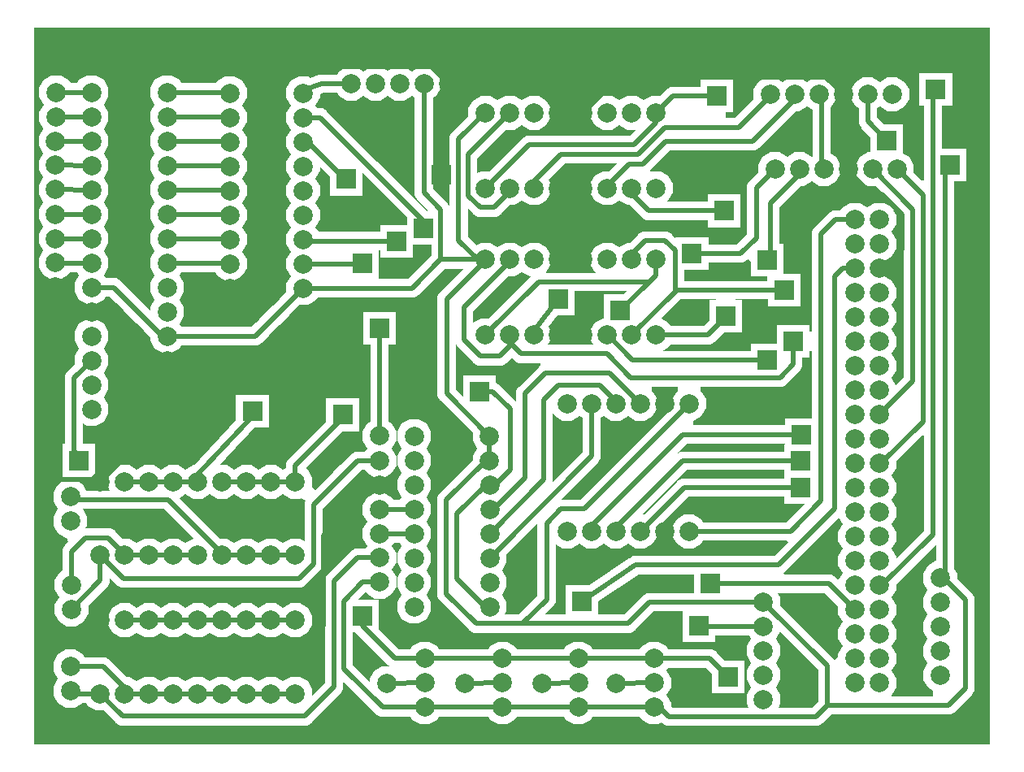
<source format=gbr>
*
%LPD*%
%LN_bot_copper*%
%FSLAX34Y34*%
%MOMM*%
%OFA0B0*%
%AD*%
%ADD023C,2.0000*%
%ADD024C,0.5000*%
%ADD025R,2.0000X2.0000*%
G54D23*
G01X857300Y548300D03*
G01X857300Y522900D03*
G01X857300Y497500D03*
G01X857300Y472100D03*
G01X857300Y446700D03*
G01X857300Y421300D03*
G01X857300Y395900D03*
G01X857300Y370500D03*
G01X857300Y345100D03*
G01X857300Y319700D03*
G01X857300Y294300D03*
G01X857300Y268900D03*
G01X857300Y243500D03*
G01X857300Y218100D03*
G01X857300Y192700D03*
G01X857300Y167300D03*
G01X857300Y141900D03*
G01X857300Y116500D03*
G01X857300Y91100D03*
G01X857300Y65700D03*
G01X882700Y548300D03*
G01X882700Y522900D03*
G01X882700Y497500D03*
G01X882700Y472100D03*
G01X882700Y446700D03*
G01X882700Y421300D03*
G01X882700Y395900D03*
G01X882700Y370500D03*
G01X882700Y345100D03*
G01X882700Y319700D03*
G01X882700Y294300D03*
G01X882700Y268900D03*
G01X882700Y243500D03*
G01X882700Y218100D03*
G01X882700Y192700D03*
G01X882700Y167300D03*
G01X882700Y141900D03*
G01X882700Y116500D03*
G01X882700Y91100D03*
G01X882700Y65700D03*
G01X762000Y150000D03*
G01X762000Y124600D03*
G01X762000Y99200D03*
G01X762000Y73800D03*
G01X762000Y48400D03*
G01X40000Y234300D03*
G01X40000Y259700D03*
G01X41000Y142300D03*
G01X41000Y167700D03*
G01X40000Y57300D03*
G01X40000Y82700D03*
G01X650000Y428000D03*
G01X624600Y428000D03*
G01X599200Y428000D03*
G01X573800Y428000D03*
G01X548400Y428000D03*
G01X523000Y428000D03*
G01X497600Y428000D03*
G01X472200Y428000D03*
G01X650000Y506700D03*
G01X624600Y506700D03*
G01X599200Y506700D03*
G01X573800Y506700D03*
G01X548400Y506700D03*
G01X523000Y506700D03*
G01X497600Y506700D03*
G01X472200Y506700D03*
G01X650000Y581000D03*
G01X624600Y581000D03*
G01X599200Y581000D03*
G01X573800Y581000D03*
G01X548400Y581000D03*
G01X523000Y581000D03*
G01X497600Y581000D03*
G01X472200Y581000D03*
G01X650000Y659700D03*
G01X624600Y659700D03*
G01X599200Y659700D03*
G01X573800Y659700D03*
G01X548400Y659700D03*
G01X523000Y659700D03*
G01X497600Y659700D03*
G01X472200Y659700D03*
G01X409000Y91000D03*
G01X409000Y65600D03*
G01X409000Y40200D03*
G01X490000Y91000D03*
G01X490000Y65600D03*
G01X490000Y40200D03*
G01X569000Y91000D03*
G01X569000Y65600D03*
G01X569000Y40200D03*
G01X896000Y679000D03*
G01X870600Y679000D03*
G01X845200Y679000D03*
G01X819800Y679000D03*
G01X794400Y679000D03*
G01X769000Y679000D03*
G01X901000Y601000D03*
G01X875600Y601000D03*
G01X850200Y601000D03*
G01X824800Y601000D03*
G01X799400Y601000D03*
G01X774000Y601000D03*
G01X62000Y681000D03*
G01X62000Y655600D03*
G01X62000Y630200D03*
G01X62000Y604800D03*
G01X62000Y579400D03*
G01X62000Y554000D03*
G01X62000Y528600D03*
G01X62000Y503200D03*
G01X62000Y477800D03*
G01X62000Y452400D03*
G01X62000Y427000D03*
G01X62000Y401600D03*
G01X62000Y376200D03*
G01X62000Y350800D03*
G01X140700Y681000D03*
G01X140700Y655600D03*
G01X140700Y630200D03*
G01X140700Y604800D03*
G01X140700Y579400D03*
G01X140700Y554000D03*
G01X140700Y528600D03*
G01X140700Y503200D03*
G01X140700Y477800D03*
G01X140700Y452400D03*
G01X140700Y427000D03*
G01X140700Y401600D03*
G01X140700Y376200D03*
G01X140700Y350800D03*
G01X206000Y477000D03*
G01X206000Y502400D03*
G01X206000Y527800D03*
G01X206000Y553200D03*
G01X206000Y578600D03*
G01X206000Y604000D03*
G01X206000Y629400D03*
G01X206000Y654800D03*
G01X206000Y680200D03*
G01X282500Y477000D03*
G01X282500Y502400D03*
G01X282500Y527800D03*
G01X282500Y553200D03*
G01X282500Y578600D03*
G01X282500Y604000D03*
G01X282500Y629400D03*
G01X282500Y654800D03*
G01X282500Y680200D03*
G01X71000Y275000D03*
G01X96400Y275000D03*
G01X121800Y275000D03*
G01X147200Y275000D03*
G01X172600Y275000D03*
G01X198000Y275000D03*
G01X223400Y275000D03*
G01X248800Y275000D03*
G01X274200Y275000D03*
G01X71000Y198500D03*
G01X96400Y198500D03*
G01X121800Y198500D03*
G01X147200Y198500D03*
G01X172600Y198500D03*
G01X198000Y198500D03*
G01X223400Y198500D03*
G01X248800Y198500D03*
G01X274200Y198500D03*
G01X648000Y91000D03*
G01X648000Y65600D03*
G01X648000Y40200D03*
G01X398000Y145000D03*
G01X398000Y170400D03*
G01X398000Y195800D03*
G01X398000Y221200D03*
G01X398000Y246600D03*
G01X398000Y272000D03*
G01X398000Y297400D03*
G01X398000Y322800D03*
G01X476740Y145000D03*
G01X476740Y170400D03*
G01X476740Y195800D03*
G01X476740Y221200D03*
G01X476740Y246600D03*
G01X476740Y272000D03*
G01X476700Y297400D03*
G01X476700Y322800D03*
G01X684500Y356500D03*
G01X659100Y356500D03*
G01X633700Y356500D03*
G01X608300Y356500D03*
G01X582900Y356500D03*
G01X557500Y356500D03*
G01X684500Y223500D03*
G01X659100Y223500D03*
G01X633700Y223500D03*
G01X608300Y223500D03*
G01X582900Y223500D03*
G01X557500Y223500D03*
G01X71000Y131000D03*
G01X96400Y131000D03*
G01X121800Y131000D03*
G01X147200Y131000D03*
G01X172600Y131000D03*
G01X198000Y131000D03*
G01X223400Y131000D03*
G01X248800Y131000D03*
G01X274200Y131000D03*
G01X71000Y54500D03*
G01X96400Y54500D03*
G01X121800Y54500D03*
G01X147200Y54500D03*
G01X172600Y54500D03*
G01X198000Y54500D03*
G01X223400Y54500D03*
G01X248800Y54500D03*
G01X274200Y54500D03*
G01X946000Y175000D03*
G01X946000Y149600D03*
G01X946000Y124200D03*
G01X946000Y98800D03*
G01X946000Y73400D03*
G01X408300Y690000D03*
G01X433700Y690000D03*
G01X362000Y323000D03*
G01X24500Y528500D03*
G01X383000Y690000D03*
G01X608500Y65500D03*
G01X24500Y503500D03*
G01X362000Y196000D03*
G01X24500Y554000D03*
G01X358000Y690000D03*
G01X362000Y221000D03*
G01X531500Y65500D03*
G01X362000Y297000D03*
G01X450500Y65500D03*
G01X369500Y65500D03*
G01X24500Y478500D03*
G01X362000Y272000D03*
G01X25000Y681000D03*
G01X332500Y690000D03*
G01X25000Y655500D03*
G01X362000Y246000D03*
G01X24500Y630000D03*
G01X24500Y605000D03*
G01X24500Y579500D03*
G01X362000Y171000D03*
G54D24*
G01X650000Y428000D02*
G01X704000Y428000D01*
G01X704000Y428000D02*
G01X724500Y448500D01*
G01X724500Y448500D02*
G01X722500Y448000D01*
G01X362000Y435000D02*
G01X362000Y323000D01*
G01X599200Y428000D02*
G01X599500Y428000D01*
G01X599500Y428000D02*
G01X625500Y402000D01*
G01X625500Y402000D02*
G01X766000Y402000D01*
G01X799400Y601000D02*
G01X799400Y595900D01*
G01X799400Y595900D02*
G01X769000Y565500D01*
G01X769000Y565500D02*
G01X769000Y506000D01*
G01X769000Y506000D02*
G01X765500Y506000D01*
G01X198000Y198500D02*
G01X223400Y198500D01*
G01X223400Y198500D02*
G01X248800Y198500D01*
G01X248800Y198500D02*
G01X274200Y198500D01*
G01X198000Y198500D02*
G01X198000Y200500D01*
G01X198000Y200500D02*
G01X142000Y256500D01*
G01X142000Y256500D02*
G01X43200Y256500D01*
G01X43200Y256500D02*
G01X40000Y259700D01*
G01X62000Y528600D02*
G01X24500Y528500D01*
G01X572500Y150500D02*
G01X629000Y188500D01*
G01X629000Y188500D02*
G01X777500Y188500D01*
G01X777500Y188500D02*
G01X836500Y247500D01*
G01X836500Y247500D02*
G01X836500Y489500D01*
G01X836500Y489500D02*
G01X844500Y497500D01*
G01X844500Y497500D02*
G01X857300Y497500D01*
G01X62000Y401600D02*
G01X43500Y383100D01*
G01X43500Y383100D02*
G01X43500Y307500D01*
G01X43500Y307500D02*
G01X48500Y302500D01*
G01X48500Y302500D02*
G01X48500Y297500D01*
G01X140700Y655600D02*
G01X205200Y655600D01*
G01X205200Y655600D02*
G01X206000Y654800D01*
G01X633700Y223500D02*
G01X679200Y269000D01*
G01X679200Y269000D02*
G01X800500Y269000D01*
G01X648000Y65600D02*
G01X608500Y65500D01*
G01X96400Y198500D02*
G01X121800Y198500D01*
G01X121800Y198500D02*
G01X147200Y198500D01*
G01X147200Y198500D02*
G01X172600Y198500D01*
G01X41000Y167700D02*
G01X41000Y202500D01*
G01X41000Y202500D02*
G01X55500Y217000D01*
G01X55500Y217000D02*
G01X79500Y217000D01*
G01X79500Y217000D02*
G01X96400Y200100D01*
G01X96400Y200100D02*
G01X96400Y198500D01*
G01X62000Y503200D02*
G01X24800Y503200D01*
G01X24800Y503200D02*
G01X24500Y503500D01*
G01X140700Y681000D02*
G01X205200Y681000D01*
G01X205200Y681000D02*
G01X206000Y680200D01*
G01X476740Y221200D02*
G01X533000Y277460D01*
G01X533000Y277460D02*
G01X533000Y361000D01*
G01X533000Y361000D02*
G01X548000Y376000D01*
G01X548000Y376000D02*
G01X591500Y376000D01*
G01X591500Y376000D02*
G01X608300Y359200D01*
G01X608300Y359200D02*
G01X608300Y356500D01*
G01X362000Y196000D02*
G01X339000Y196000D01*
G01X339000Y196000D02*
G01X314500Y171500D01*
G01X314500Y171500D02*
G01X314500Y61500D01*
G01X314500Y61500D02*
G01X284000Y31000D01*
G01X284000Y31000D02*
G01X94500Y31000D01*
G01X94500Y31000D02*
G01X71000Y54500D01*
G01X71000Y54500D02*
G01X42800Y54500D01*
G01X42800Y54500D02*
G01X40000Y57300D01*
G01X274200Y275000D02*
G01X248800Y275000D01*
G01X248800Y275000D02*
G01X223400Y275000D01*
G01X223400Y275000D02*
G01X198000Y275000D01*
G01X282500Y629400D02*
G01X287600Y629400D01*
G01X287600Y629400D02*
G01X325000Y592000D01*
G01X325000Y592000D02*
G01X325000Y591000D01*
G01X325000Y591000D02*
G01X326000Y590000D01*
G01X326000Y590000D02*
G01X327000Y590500D01*
G01X274200Y275000D02*
G01X274200Y292200D01*
G01X274200Y292200D02*
G01X327000Y345000D01*
G01X327000Y345000D02*
G01X323500Y345000D01*
G01X608300Y223500D02*
G01X608300Y227300D01*
G01X608300Y227300D02*
G01X678000Y297000D01*
G01X678000Y297000D02*
G01X800500Y297000D01*
G01X870600Y679000D02*
G01X870600Y650900D01*
G01X870600Y650900D02*
G01X890500Y631000D01*
G01X172600Y275000D02*
G01X172600Y282550D01*
G01X172600Y282550D02*
G01X229500Y343450D01*
G01X229500Y343450D02*
G01X229500Y349000D01*
G01X172600Y275000D02*
G01X147200Y275000D01*
G01X147200Y275000D02*
G01X121800Y275000D01*
G01X121800Y275000D02*
G01X96400Y275000D01*
G01X274200Y131000D02*
G01X248800Y131000D01*
G01X248800Y131000D02*
G01X223400Y131000D01*
G01X223400Y131000D02*
G01X198000Y131000D01*
G01X198000Y131000D02*
G01X172600Y131000D01*
G01X172600Y131000D02*
G01X147200Y131000D01*
G01X147200Y131000D02*
G01X121800Y131000D01*
G01X121800Y131000D02*
G01X96400Y131000D01*
G01X801500Y324500D02*
G01X678000Y324500D01*
G01X678000Y324500D02*
G01X582900Y229400D01*
G01X582900Y229400D02*
G01X582900Y223500D01*
G01X497600Y581000D02*
G01X497600Y577100D01*
G01X497600Y577100D02*
G01X481500Y561000D01*
G01X481500Y561000D02*
G01X467000Y561000D01*
G01X467000Y561000D02*
G01X454500Y573500D01*
G01X454500Y573500D02*
G01X454500Y616600D01*
G01X454500Y616600D02*
G01X497600Y659700D01*
G01X476740Y145000D02*
G01X472000Y145000D01*
G01X472000Y145000D02*
G01X442500Y174500D01*
G01X442500Y174500D02*
G01X442500Y242000D01*
G01X442500Y242000D02*
G01X472500Y272000D01*
G01X472500Y272000D02*
G01X476740Y272000D01*
G01X476740Y272000D02*
G01X482000Y272000D01*
G01X482000Y272000D02*
G01X498000Y288000D01*
G01X498000Y288000D02*
G01X498000Y351000D01*
G01X498000Y351000D02*
G01X480000Y369000D01*
G01X480000Y369000D02*
G01X466000Y369000D01*
G01X282500Y654800D02*
G01X300000Y654800D01*
G01X300000Y654800D02*
G01X408000Y546800D01*
G01X408000Y546800D02*
G01X408000Y539000D01*
G01X96400Y54500D02*
G01X96400Y60600D01*
G01X96400Y60600D02*
G01X74300Y82700D01*
G01X74300Y82700D02*
G01X40000Y82700D01*
G01X96400Y54500D02*
G01X121800Y54500D01*
G01X121800Y54500D02*
G01X147200Y54500D01*
G01X147200Y54500D02*
G01X172600Y54500D01*
G01X172600Y54500D02*
G01X198000Y54500D01*
G01X198000Y54500D02*
G01X223400Y54500D01*
G01X223400Y54500D02*
G01X248800Y54500D01*
G01X248800Y54500D02*
G01X274200Y54500D01*
G01X62000Y554000D02*
G01X24500Y554000D01*
G01X599200Y581000D02*
G01X599200Y583700D01*
G01X599200Y583700D02*
G01X622000Y606500D01*
G01X622000Y606500D02*
G01X636500Y606500D01*
G01X636500Y606500D02*
G01X660000Y630000D01*
G01X660000Y630000D02*
G01X750500Y630000D01*
G01X750500Y630000D02*
G01X794400Y673900D01*
G01X794400Y673900D02*
G01X794400Y679000D01*
G01X140700Y528600D02*
G01X205200Y528600D01*
G01X205200Y528600D02*
G01X206000Y527800D01*
G01X472200Y428000D02*
G01X527700Y483500D01*
G01X527700Y483500D02*
G01X643000Y483500D01*
G01X706500Y169000D02*
G01X830200Y169000D01*
G01X830200Y169000D02*
G01X857300Y141900D01*
G01X643000Y483500D02*
G01X650000Y490500D01*
G01X650000Y490500D02*
G01X650000Y506700D01*
G01X613000Y453500D02*
G01X643000Y483500D01*
G01X398000Y221200D02*
G01X362000Y221000D01*
G01X531500Y65500D02*
G01X569000Y65600D01*
G01X582900Y356500D02*
G01X582900Y301960D01*
G01X582900Y301960D02*
G01X476740Y195800D01*
G01X71000Y198500D02*
G01X95000Y174500D01*
G01X95000Y174500D02*
G01X278000Y174500D01*
G01X278000Y174500D02*
G01X293500Y190000D01*
G01X293500Y190000D02*
G01X293500Y251500D01*
G01X293500Y251500D02*
G01X339000Y297000D01*
G01X339000Y297000D02*
G01X362000Y297000D01*
G01X71000Y198500D02*
G01X71000Y172300D01*
G01X71000Y172300D02*
G01X41000Y142300D01*
G01X472200Y581000D02*
G01X517700Y626500D01*
G01X517700Y626500D02*
G01X626900Y626500D01*
G01X626900Y626500D02*
G01X650000Y649600D01*
G01X650000Y649600D02*
G01X650000Y659700D01*
G01X882700Y167300D02*
G01X885500Y167300D01*
G01X885500Y167300D02*
G01X938500Y220300D01*
G01X938500Y220300D02*
G01X938500Y677000D01*
G01X938500Y677000D02*
G01X941500Y680000D01*
G01X941500Y680000D02*
G01X941500Y684000D01*
G01X713000Y677500D02*
G01X667800Y677500D01*
G01X667800Y677500D02*
G01X650000Y659700D01*
G01X490000Y65600D02*
G01X450500Y65500D01*
G01X624600Y581000D02*
G01X624600Y575400D01*
G01X624600Y575400D02*
G01X642500Y557500D01*
G01X642500Y557500D02*
G01X721000Y557500D01*
G01X409000Y65600D02*
G01X369500Y65500D01*
G01X850200Y601000D02*
G01X850200Y599050D01*
G01X850200Y599050D02*
G01X874000Y574500D01*
G01X874000Y574500D02*
G01X885000Y574500D01*
G01X885000Y574500D02*
G01X906000Y553500D01*
G01X906000Y553500D02*
G01X906000Y517000D01*
G01X906000Y517000D02*
G01X886500Y497500D01*
G01X886500Y497500D02*
G01X882700Y497500D01*
G01X850200Y601000D02*
G01X850200Y674000D01*
G01X850200Y674000D02*
G01X845200Y679000D01*
G01X62000Y452400D02*
G01X82500Y452400D01*
G01X82500Y452400D02*
G01X133300Y401600D01*
G01X133300Y401600D02*
G01X140700Y401600D01*
G01X140700Y401600D02*
G01X140700Y376200D01*
G01X140700Y376200D02*
G01X140700Y350800D01*
G01X573800Y659700D02*
G01X543500Y690000D01*
G01X543500Y690000D02*
G01X433700Y690000D01*
G01X573800Y659700D02*
G01X611100Y697000D01*
G01X611100Y697000D02*
G01X827200Y697000D01*
G01X827200Y697000D02*
G01X845200Y679000D01*
G01X140700Y350800D02*
G01X140700Y344700D01*
G01X140700Y344700D02*
G01X71000Y275000D01*
G01X24500Y478500D02*
G01X31500Y478500D01*
G01X31500Y478500D02*
G01X57600Y452400D01*
G01X57600Y452400D02*
G01X62000Y452400D01*
G01X71000Y131000D02*
G01X71000Y125500D01*
G01X71000Y125500D02*
G01X96500Y100000D01*
G01X96500Y100000D02*
G01X278000Y100000D01*
G01X278000Y100000D02*
G01X303500Y125500D01*
G01X303500Y125500D02*
G01X303500Y219500D01*
G01X303500Y219500D02*
G01X356000Y272000D01*
G01X356000Y272000D02*
G01X362000Y272000D01*
G01X206000Y477000D02*
G01X208500Y477000D01*
G01X208500Y477000D02*
G01X230500Y499000D01*
G01X230500Y499000D02*
G01X230500Y667000D01*
G01X230500Y667000D02*
G01X271000Y707500D01*
G01X271000Y707500D02*
G01X416200Y707500D01*
G01X416200Y707500D02*
G01X433700Y690000D01*
G01X426500Y595000D02*
G01X426500Y596000D01*
G01X426500Y596000D02*
G01X430500Y600000D01*
G01X430500Y600000D02*
G01X430500Y690000D01*
G01X430500Y690000D02*
G01X433700Y690000D01*
G01X548400Y659700D02*
G01X573800Y659700D01*
G01X573800Y506700D02*
G01X548400Y506700D01*
G01X573800Y428000D02*
G01X548400Y428000D01*
G01X548400Y581000D02*
G01X573800Y581000D01*
G01X573800Y506700D02*
G01X573800Y581000D01*
G01X71000Y131000D02*
G01X55500Y115500D01*
G01X55500Y115500D02*
G01X34500Y115500D01*
G01X34500Y115500D02*
G01X19500Y130500D01*
G01X19500Y130500D02*
G01X19500Y267500D01*
G01X19500Y267500D02*
G01X29500Y277500D01*
G01X29500Y277500D02*
G01X64000Y277500D01*
G01X64000Y277500D02*
G01X66500Y275000D01*
G01X66500Y275000D02*
G01X71000Y275000D01*
G01X684500Y223500D02*
G01X790000Y223500D01*
G01X790000Y223500D02*
G01X822000Y255500D01*
G01X822000Y255500D02*
G01X822000Y533500D01*
G01X822000Y533500D02*
G01X836800Y548300D01*
G01X836800Y548300D02*
G01X857300Y548300D01*
G01X140700Y503200D02*
G01X205200Y503200D01*
G01X205200Y503200D02*
G01X206000Y502400D01*
G01X62000Y681000D02*
G01X25000Y681000D01*
G01X882700Y345100D02*
G01X917500Y379900D01*
G01X917500Y379900D02*
G01X917500Y559100D01*
G01X917500Y559100D02*
G01X875600Y601000D01*
G01X332500Y690000D02*
G01X302000Y690000D01*
G01X302000Y690000D02*
G01X282500Y683500D01*
G01X282500Y683500D02*
G01X282500Y680200D01*
G01X62000Y655600D02*
G01X25000Y655500D01*
G01X901000Y601000D02*
G01X928000Y574000D01*
G01X928000Y574000D02*
G01X928000Y337800D01*
G01X928000Y337800D02*
G01X884500Y294300D01*
G01X884500Y294300D02*
G01X882700Y294300D01*
G01X398000Y246600D02*
G01X362600Y246600D01*
G01X362600Y246600D02*
G01X362000Y246000D01*
G01X769000Y679000D02*
G01X769000Y677500D01*
G01X769000Y677500D02*
G01X736000Y644500D01*
G01X736000Y644500D02*
G01X659500Y644500D01*
G01X659500Y644500D02*
G01X631500Y616500D01*
G01X631500Y616500D02*
G01X551000Y616500D01*
G01X551000Y616500D02*
G01X523000Y588500D01*
G01X523000Y588500D02*
G01X523000Y581000D01*
G01X62000Y630200D02*
G01X24500Y630000D01*
G01X140700Y554000D02*
G01X205200Y554000D01*
G01X205200Y554000D02*
G01X206000Y553200D01*
G01X497600Y428000D02*
G01X497600Y416100D01*
G01X497600Y416100D02*
G01X487500Y406000D01*
G01X487500Y406000D02*
G01X467000Y406000D01*
G01X467000Y406000D02*
G01X450000Y423000D01*
G01X450000Y423000D02*
G01X450000Y457000D01*
G01X450000Y457000D02*
G01X497600Y504600D01*
G01X497600Y504600D02*
G01X497600Y506700D01*
G01X497600Y428000D02*
G01X497600Y420400D01*
G01X497600Y420400D02*
G01X509500Y408500D01*
G01X509500Y408500D02*
G01X599000Y408500D01*
G01X599000Y408500D02*
G01X624000Y383500D01*
G01X624000Y383500D02*
G01X779000Y383500D01*
G01X779000Y383500D02*
G01X793000Y397500D01*
G01X793000Y397500D02*
G01X793000Y421500D01*
G01X24500Y605000D02*
G01X62000Y604800D01*
G01X140700Y579400D02*
G01X205200Y579400D01*
G01X205200Y579400D02*
G01X206000Y578600D01*
G01X762000Y124600D02*
G01X695900Y124600D01*
G01X695900Y124600D02*
G01X695000Y125500D01*
G01X379500Y526000D02*
G01X284300Y526000D01*
G01X284300Y526000D02*
G01X282500Y527800D01*
G01X624600Y428000D02*
G01X671500Y474900D01*
G01X671500Y474900D02*
G01X783500Y475000D01*
G01X624600Y506700D02*
G01X624600Y512500D01*
G01X624600Y512500D02*
G01X638600Y526500D01*
G01X638600Y526500D02*
G01X659500Y526500D01*
G01X659500Y526500D02*
G01X670000Y516000D01*
G01X670000Y516000D02*
G01X669925Y474900D01*
G01X669925Y474900D02*
G01X671500Y474900D01*
G01X62000Y579400D02*
G01X24500Y579500D01*
G01X140700Y604800D02*
G01X205200Y604800D01*
G01X205200Y604800D02*
G01X206000Y604000D01*
G01X523000Y428000D02*
G01X523000Y432500D01*
G01X523000Y432500D02*
G01X548000Y466000D01*
G01X687500Y513000D02*
G01X738000Y513000D01*
G01X738000Y513000D02*
G01X754500Y529500D01*
G01X754500Y529500D02*
G01X754500Y581500D01*
G01X754500Y581500D02*
G01X774000Y601000D01*
G01X282500Y502400D02*
G01X343400Y502400D01*
G01X343400Y502400D02*
G01X344000Y503000D01*
G01X344000Y135500D02*
G01X344000Y125000D01*
G01X344000Y125000D02*
G01X378000Y91000D01*
G01X378000Y91000D02*
G01X409000Y91000D01*
G01X409000Y91000D02*
G01X490000Y91000D01*
G01X490000Y91000D02*
G01X569000Y91000D01*
G01X569000Y91000D02*
G01X648000Y91000D01*
G01X725000Y72000D02*
G01X706000Y91000D01*
G01X706000Y91000D02*
G01X648000Y91000D01*
G01X140700Y630200D02*
G01X205200Y630200D01*
G01X205200Y630200D02*
G01X206000Y629400D01*
G01X476740Y246600D02*
G01X480500Y246600D01*
G01X480500Y246600D02*
G01X513500Y279600D01*
G01X513500Y279600D02*
G01X513500Y367000D01*
G01X513500Y367000D02*
G01X535000Y388500D01*
G01X535000Y388500D02*
G01X601700Y388500D01*
G01X601700Y388500D02*
G01X633700Y356500D01*
G01X824800Y601000D02*
G01X822500Y603300D01*
G01X822500Y603300D02*
G01X822500Y679000D01*
G01X822500Y679000D02*
G01X819800Y679000D01*
G01X62000Y477800D02*
G01X85000Y477800D01*
G01X85000Y477800D02*
G01X135800Y427000D01*
G01X135800Y427000D02*
G01X140700Y427000D01*
G01X476700Y297400D02*
G01X476700Y322800D01*
G01X472200Y506700D02*
G01X425700Y506700D01*
G01X140700Y427000D02*
G01X232500Y427000D01*
G01X232500Y427000D02*
G01X282500Y477000D01*
G01X476700Y322800D02*
G01X432000Y367500D01*
G01X432000Y367500D02*
G01X432000Y465500D01*
G01X432000Y465500D02*
G01X472200Y505700D01*
G01X472200Y505700D02*
G01X472200Y506700D01*
G01X409000Y40200D02*
G01X490000Y40200D01*
G01X490000Y40200D02*
G01X569000Y40200D01*
G01X569000Y40200D02*
G01X648000Y40200D01*
G01X511000Y127500D02*
G01X621000Y127500D01*
G01X621000Y127500D02*
G01X643500Y150000D01*
G01X643500Y150000D02*
G01X762000Y150000D01*
G01X476700Y297400D02*
G01X472500Y297400D01*
G01X472500Y297400D02*
G01X431500Y256400D01*
G01X431500Y256400D02*
G01X431500Y158500D01*
G01X431500Y158500D02*
G01X462500Y127500D01*
G01X462500Y127500D02*
G01X511000Y127500D01*
G01X684500Y356500D02*
G01X575000Y247000D01*
G01X575000Y247000D02*
G01X551000Y247000D01*
G01X551000Y247000D02*
G01X536000Y232000D01*
G01X536000Y232000D02*
G01X536000Y152500D01*
G01X536000Y152500D02*
G01X511000Y127500D01*
G01X409000Y40200D02*
G01X365000Y40200D01*
G01X365000Y40200D02*
G01X324500Y80700D01*
G01X324500Y80700D02*
G01X324500Y151000D01*
G01X324500Y151000D02*
G01X344500Y171000D01*
G01X344500Y171000D02*
G01X362000Y171000D01*
G01X472200Y506700D02*
G01X464300Y506700D01*
G01X464300Y506700D02*
G01X444500Y526500D01*
G01X444500Y526500D02*
G01X444500Y632000D01*
G01X444500Y632000D02*
G01X472200Y659700D01*
G01X425700Y506700D02*
G01X425700Y559000D01*
G01X425700Y559000D02*
G01X408300Y576400D01*
G01X408300Y576400D02*
G01X408300Y690000D01*
G01X425700Y506700D02*
G01X396000Y477000D01*
G01X396000Y477000D02*
G01X282500Y477000D01*
G01X946000Y175000D02*
G01X951500Y180500D01*
G01X951500Y180500D02*
G01X951500Y605000D01*
G01X951500Y605000D02*
G01X956000Y605000D01*
G01X828500Y42500D02*
G01X955000Y42500D01*
G01X955000Y42500D02*
G01X972500Y60000D01*
G01X972500Y60000D02*
G01X972500Y152000D01*
G01X972500Y152000D02*
G01X949500Y175000D01*
G01X949500Y175000D02*
G01X946000Y175000D01*
G01X762000Y150000D02*
G01X828500Y83500D01*
G01X828500Y83500D02*
G01X828500Y42500D01*
G01X648000Y40200D02*
G01X653500Y40200D01*
G01X653500Y40200D02*
G01X663200Y30500D01*
G01X663200Y30500D02*
G01X816500Y30500D01*
G01X816500Y30500D02*
G01X828500Y42500D01*
G54D25*
G01X722500Y448000D03*
G01X362000Y435000D03*
G01X766000Y402000D03*
G01X765500Y506000D03*
G01X572500Y150500D03*
G01X48500Y297500D03*
G01X800500Y269000D03*
G01X327000Y590500D03*
G01X323500Y345000D03*
G01X800500Y297000D03*
G01X890500Y631000D03*
G01X229500Y349000D03*
G01X801500Y324500D03*
G01X466000Y369000D03*
G01X408000Y539000D03*
G01X706500Y169000D03*
G01X613000Y453500D03*
G01X713000Y677500D03*
G01X941500Y684000D03*
G01X721000Y557500D03*
G01X426500Y595000D03*
G01X793000Y421500D03*
G01X695000Y125500D03*
G01X379500Y526000D03*
G01X783500Y475000D03*
G01X548000Y466000D03*
G01X687500Y513000D03*
G01X344000Y503000D03*
G01X344000Y135500D03*
G01X725000Y72000D03*
G01X956000Y605000D03*
G36*
G01X813000Y662603D02*
G01X813000Y614509D01*
G01X812100Y613990D01*
G01X804115Y618599D01*
G01X794684Y618599D01*
G01X786700Y613990D01*
G01X778715Y618599D01*
G01X769284Y618599D01*
G01X761116Y613883D01*
G01X756400Y605715D01*
G01X756400Y597014D01*
G01X748241Y588856D01*
G01X747545Y588454D01*
G01X745000Y584045D01*
G01X745000Y578954D01*
G01X745000Y533614D01*
G01X733885Y522500D01*
G01X704500Y522500D01*
G01X704500Y530000D01*
G01X670500Y530000D01*
G01X670500Y529114D01*
G01X666856Y532758D01*
G01X666454Y533454D01*
G01X662045Y536000D01*
G01X636054Y536000D01*
G01X631645Y533454D01*
G01X631243Y532758D01*
G01X622785Y524299D01*
G01X619884Y524299D01*
G01X611900Y519690D01*
G01X603915Y524299D01*
G01X594484Y524299D01*
G01X586316Y519583D01*
G01X581600Y511415D01*
G01X581600Y501984D01*
G01X586316Y493816D01*
G01X587729Y493000D01*
G01X582729Y493000D01*
G01X577729Y493000D01*
G01X572729Y493000D01*
G01X567729Y493000D01*
G01X562729Y493000D01*
G01X557729Y493000D01*
G01X552729Y493000D01*
G01X547729Y493000D01*
G01X542729Y493000D01*
G01X537729Y493000D01*
G01X534470Y493000D01*
G01X535883Y493816D01*
G01X540599Y501984D01*
G01X540599Y511415D01*
G01X535883Y519583D01*
G01X527715Y524299D01*
G01X518284Y524299D01*
G01X510300Y519690D01*
G01X502315Y524299D01*
G01X492884Y524299D01*
G01X484900Y519690D01*
G01X476915Y524299D01*
G01X467484Y524299D01*
G01X462939Y521675D01*
G01X454000Y530614D01*
G01X454000Y560385D01*
G01X459643Y554741D01*
G01X460045Y554045D01*
G01X464454Y551500D01*
G01X484045Y551500D01*
G01X488454Y554045D01*
G01X488856Y554741D01*
G01X497514Y563400D01*
G01X502315Y563400D01*
G01X510300Y568009D01*
G01X518284Y563400D01*
G01X527715Y563400D01*
G01X535883Y568116D01*
G01X540599Y576284D01*
G01X540599Y585715D01*
G01X538121Y590007D01*
G01X555114Y607000D01*
G01X560114Y607000D01*
G01X565114Y607000D01*
G01X570114Y607000D01*
G01X575114Y607000D01*
G01X580114Y607000D01*
G01X585114Y607000D01*
G01X590114Y607000D01*
G01X595114Y607000D01*
G01X600114Y607000D01*
G01X605114Y607000D01*
G01X608885Y607000D01*
G01X600485Y598599D01*
G01X594484Y598599D01*
G01X586316Y593883D01*
G01X581600Y585715D01*
G01X581600Y576284D01*
G01X586316Y568116D01*
G01X594484Y563400D01*
G01X603915Y563400D01*
G01X611900Y568009D01*
G01X619884Y563400D01*
G01X622985Y563400D01*
G01X635143Y551241D01*
G01X635545Y550545D01*
G01X639954Y548000D01*
G01X644954Y548000D01*
G01X649954Y548000D01*
G01X654954Y548000D01*
G01X659954Y548000D01*
G01X664954Y548000D01*
G01X669954Y548000D01*
G01X674954Y548000D01*
G01X679954Y548000D01*
G01X684954Y548000D01*
G01X689954Y548000D01*
G01X694954Y548000D01*
G01X699954Y548000D01*
G01X704000Y548000D01*
G01X704000Y540500D01*
G01X738000Y540500D01*
G01X738000Y557500D01*
G01X738000Y574500D01*
G01X704000Y574500D01*
G01X704000Y567000D01*
G01X660950Y567000D01*
G01X662883Y568116D01*
G01X667599Y576284D01*
G01X667599Y585715D01*
G01X662883Y593883D01*
G01X654715Y598599D01*
G01X645284Y598599D01*
G01X644796Y598318D01*
G01X643490Y599607D01*
G01X643856Y600241D01*
G01X664114Y620500D01*
G01X669114Y620500D01*
G01X674114Y620500D01*
G01X679114Y620500D01*
G01X684114Y620500D01*
G01X689114Y620500D01*
G01X694114Y620500D01*
G01X699114Y620500D01*
G01X704114Y620500D01*
G01X709114Y620500D01*
G01X714114Y620500D01*
G01X719114Y620500D01*
G01X724114Y620500D01*
G01X729114Y620500D01*
G01X734114Y620500D01*
G01X739114Y620500D01*
G01X744114Y620500D01*
G01X749114Y620500D01*
G01X753045Y620500D01*
G01X757454Y623045D01*
G01X757856Y623741D01*
G01X795514Y661400D01*
G01X799115Y661400D01*
G01X807100Y666009D01*
G01X813000Y662603D01*
G01X813000Y662603D01*
G01X319616Y677116D02*
G01X327784Y672400D01*
G01X337215Y672400D01*
G01X345250Y677038D01*
G01X353284Y672400D01*
G01X362715Y672400D01*
G01X370500Y676894D01*
G01X378284Y672400D01*
G01X387715Y672400D01*
G01X395650Y676981D01*
G01X398800Y675162D01*
G01X398800Y670162D01*
G01X398800Y665162D01*
G01X398800Y660162D01*
G01X398800Y655162D01*
G01X398800Y650162D01*
G01X398800Y645162D01*
G01X398800Y640162D01*
G01X398800Y635162D01*
G01X398800Y630162D01*
G01X398800Y625162D01*
G01X398800Y620162D01*
G01X398800Y615162D01*
G01X398800Y610162D01*
G01X398800Y605162D01*
G01X398800Y600162D01*
G01X398800Y595162D01*
G01X398800Y590162D01*
G01X398800Y585162D01*
G01X398800Y580162D01*
G01X398800Y578945D01*
G01X398800Y576400D01*
G01X398800Y573854D01*
G01X401345Y569445D01*
G01X402041Y569043D01*
G01X412248Y558836D01*
G01X411551Y556862D01*
G01X359454Y608960D01*
G01X307356Y661058D01*
G01X306954Y661754D01*
G01X302545Y664300D01*
G01X297337Y664300D01*
G01X295490Y667500D01*
G01X300099Y675484D01*
G01X300099Y679218D01*
G01X303943Y680500D01*
G01X317662Y680500D01*
G01X319616Y677116D01*
G01X319616Y677116D01*
G01X310000Y593385D02*
G01X310000Y590500D01*
G01X310000Y573500D01*
G01X344000Y573500D01*
G01X344000Y590500D01*
G01X344000Y597185D01*
G01X367500Y573685D01*
G01X391000Y550185D01*
G01X391000Y543000D01*
G01X362500Y543000D01*
G01X362500Y535500D01*
G01X357500Y535500D01*
G01X352500Y535500D01*
G01X347500Y535500D01*
G01X342500Y535500D01*
G01X337500Y535500D01*
G01X332500Y535500D01*
G01X327500Y535500D01*
G01X322500Y535500D01*
G01X317500Y535500D01*
G01X312500Y535500D01*
G01X307500Y535500D01*
G01X302500Y535500D01*
G01X298376Y535500D01*
G01X295490Y540500D01*
G01X300099Y548484D01*
G01X300099Y557915D01*
G01X295490Y565900D01*
G01X300099Y573884D01*
G01X300099Y583315D01*
G01X295490Y591300D01*
G01X300099Y599284D01*
G01X300099Y603285D01*
G01X310000Y593385D01*
G01X310000Y593385D01*
G01X416200Y510814D02*
G01X391885Y486500D01*
G01X361000Y486500D01*
G01X361000Y503000D01*
G01X361000Y516500D01*
G01X362500Y516500D01*
G01X362500Y509000D01*
G01X396500Y509000D01*
G01X396500Y522000D01*
G01X416200Y522000D01*
G01X416200Y510814D01*
G01X416200Y510814D01*
G01X748500Y504599D02*
G01X748500Y489000D01*
G01X765506Y489000D01*
G01X765510Y484610D01*
G01X679569Y484534D01*
G01X679590Y496000D01*
G01X704500Y496000D01*
G01X704500Y503500D01*
G01X740545Y503500D01*
G01X744954Y506045D01*
G01X745356Y506741D01*
G01X745563Y506949D01*
G01X748500Y504599D01*
G01X748500Y504599D01*
G01X518284Y489100D02*
G01X519685Y489100D01*
G01X476185Y445599D01*
G01X467484Y445599D01*
G01X459500Y440990D01*
G01X459500Y452885D01*
G01X495714Y489100D01*
G01X502315Y489100D01*
G01X510300Y493709D01*
G01X518284Y489100D01*
G01X518284Y489100D01*
G01X712490Y465000D02*
G01X705500Y465000D01*
G01X705500Y448000D01*
G01X705500Y443114D01*
G01X699885Y437500D01*
G01X664837Y437500D01*
G01X662883Y440883D01*
G01X655412Y445197D01*
G01X675491Y465276D01*
G01X712490Y465309D01*
G01X712490Y465000D01*
G01X712490Y465000D01*
G01X616385Y470500D02*
G01X596000Y470500D01*
G01X596000Y453500D01*
G01X596000Y445599D01*
G01X594484Y445599D01*
G01X586316Y440883D01*
G01X581600Y432715D01*
G01X581600Y423284D01*
G01X584651Y418000D01*
G01X537548Y418000D01*
G01X540599Y423284D01*
G01X540599Y432715D01*
G01X538232Y436815D01*
G01X547325Y449000D01*
G01X565000Y449000D01*
G01X565000Y466000D01*
G01X565000Y474000D01*
G01X570000Y474000D01*
G01X575000Y474000D01*
G01X580000Y474000D01*
G01X585000Y474000D01*
G01X590000Y474000D01*
G01X595000Y474000D01*
G01X600000Y474000D01*
G01X605000Y474000D01*
G01X610000Y474000D01*
G01X615000Y474000D01*
G01X619885Y474000D01*
G01X616385Y470500D01*
G01X616385Y470500D01*
G01X908000Y554985D02*
G01X908000Y549985D01*
G01X908000Y544985D01*
G01X908000Y539985D01*
G01X908000Y534985D01*
G01X908000Y529985D01*
G01X908000Y524985D01*
G01X908000Y519985D01*
G01X908000Y514985D01*
G01X908000Y509985D01*
G01X908000Y504985D01*
G01X908000Y499985D01*
G01X908000Y494985D01*
G01X908000Y489985D01*
G01X908000Y484985D01*
G01X908000Y479985D01*
G01X908000Y474985D01*
G01X908000Y469985D01*
G01X908000Y464985D01*
G01X908000Y459985D01*
G01X908000Y454985D01*
G01X908000Y449985D01*
G01X908000Y444985D01*
G01X908000Y439985D01*
G01X908000Y434985D01*
G01X908000Y429985D01*
G01X908000Y424985D01*
G01X908000Y419985D01*
G01X908000Y414985D01*
G01X908000Y409985D01*
G01X908000Y404985D01*
G01X908000Y399985D01*
G01X908000Y394985D01*
G01X908000Y389985D01*
G01X908000Y384985D01*
G01X908000Y384014D01*
G01X899897Y375912D01*
G01X895690Y383200D01*
G01X900299Y391184D01*
G01X900299Y400615D01*
G01X895690Y408600D01*
G01X900299Y416584D01*
G01X900299Y426015D01*
G01X895690Y434000D01*
G01X900299Y441984D01*
G01X900299Y451415D01*
G01X895690Y459400D01*
G01X900299Y467384D01*
G01X900299Y476815D01*
G01X895583Y484983D01*
G01X887415Y489699D01*
G01X879615Y497499D01*
G01X887415Y505300D01*
G01X895583Y510016D01*
G01X900299Y518184D01*
G01X900299Y527615D01*
G01X895690Y535600D01*
G01X900299Y543584D01*
G01X900299Y553015D01*
G01X897332Y558154D01*
G01X901081Y561903D01*
G01X908000Y554985D01*
G01X908000Y554985D01*
G01X443045Y416045D02*
G01X443741Y415643D01*
G01X459643Y399741D01*
G01X460045Y399045D01*
G01X464454Y396500D01*
G01X490045Y396500D01*
G01X494454Y399045D01*
G01X494856Y399741D01*
G01X499749Y404635D01*
G01X502143Y402241D01*
G01X502545Y401545D01*
G01X506954Y399000D01*
G01X530050Y399000D01*
G01X530050Y396611D01*
G01X528045Y395454D01*
G01X527643Y394758D01*
G01X507241Y374356D01*
G01X506545Y373954D01*
G01X504000Y369545D01*
G01X504000Y364454D01*
G01X504000Y358614D01*
G01X487356Y375258D01*
G01X486954Y375954D01*
G01X483000Y378237D01*
G01X483000Y386000D01*
G01X449000Y386000D01*
G01X449000Y369000D01*
G01X449000Y364114D01*
G01X441500Y371614D01*
G01X441500Y418722D01*
G01X443045Y416045D01*
G01X443045Y416045D01*
G01X672374Y369821D02*
G01X671616Y369383D01*
G01X666900Y361215D01*
G01X666900Y352514D01*
G01X570885Y256500D01*
G01X551054Y256500D01*
G01X589158Y294603D01*
G01X589854Y295005D01*
G01X592400Y299414D01*
G01X592400Y301960D01*
G01X592400Y341662D01*
G01X595600Y343509D01*
G01X603584Y338900D01*
G01X613015Y338900D01*
G01X621000Y343509D01*
G01X628984Y338900D01*
G01X638415Y338900D01*
G01X646583Y343616D01*
G01X651299Y351784D01*
G01X651299Y361215D01*
G01X646583Y369383D01*
G01X645825Y369821D01*
G01X645825Y374000D01*
G01X672374Y374000D01*
G01X672374Y369821D01*
G01X672374Y369821D01*
G01X812500Y341500D02*
G01X784500Y341500D01*
G01X784500Y334000D01*
G01X779500Y334000D01*
G01X774500Y334000D01*
G01X769500Y334000D01*
G01X764500Y334000D01*
G01X759500Y334000D01*
G01X754500Y334000D01*
G01X749500Y334000D01*
G01X744500Y334000D01*
G01X739500Y334000D01*
G01X734500Y334000D01*
G01X729500Y334000D01*
G01X724500Y334000D01*
G01X719500Y334000D01*
G01X714500Y334000D01*
G01X709500Y334000D01*
G01X704500Y334000D01*
G01X699500Y334000D01*
G01X694500Y334000D01*
G01X689500Y334000D01*
G01X688938Y334000D01*
G01X688938Y338900D01*
G01X689215Y338900D01*
G01X697383Y343616D01*
G01X702099Y351784D01*
G01X702099Y361215D01*
G01X697383Y369383D01*
G01X696625Y369821D01*
G01X696625Y374000D01*
G01X701625Y374000D01*
G01X706625Y374000D01*
G01X711625Y374000D01*
G01X716625Y374000D01*
G01X721625Y374000D01*
G01X726625Y374000D01*
G01X731625Y374000D01*
G01X736625Y374000D01*
G01X741625Y374000D01*
G01X746625Y374000D01*
G01X751625Y374000D01*
G01X756625Y374000D01*
G01X761625Y374000D01*
G01X766625Y374000D01*
G01X771625Y374000D01*
G01X776625Y374000D01*
G01X781545Y374000D01*
G01X785954Y376545D01*
G01X786356Y377241D01*
G01X799258Y390143D01*
G01X799954Y390545D01*
G01X802500Y394954D01*
G01X802500Y397500D01*
G01X802500Y404500D01*
G01X810000Y404500D01*
G01X810000Y411500D01*
G01X812500Y411500D01*
G01X812500Y406500D01*
G01X812500Y401500D01*
G01X812500Y396500D01*
G01X812500Y391500D01*
G01X812500Y386500D01*
G01X812500Y381500D01*
G01X812500Y376500D01*
G01X812500Y371500D01*
G01X812500Y366500D01*
G01X812500Y361500D01*
G01X812500Y356500D01*
G01X812500Y351500D01*
G01X812500Y346500D01*
G01X812500Y341500D01*
G01X812500Y341500D01*
G01X784500Y314000D02*
G01X783500Y314000D01*
G01X783500Y306500D01*
G01X778500Y306500D01*
G01X773500Y306500D01*
G01X768500Y306500D01*
G01X763500Y306500D01*
G01X758500Y306500D01*
G01X753500Y306500D01*
G01X748500Y306500D01*
G01X743500Y306500D01*
G01X738500Y306500D01*
G01X733500Y306500D01*
G01X728500Y306500D01*
G01X723500Y306500D01*
G01X718500Y306500D01*
G01X713500Y306500D01*
G01X708500Y306500D01*
G01X703500Y306500D01*
G01X698500Y306500D01*
G01X693500Y306500D01*
G01X688500Y306500D01*
G01X683500Y306500D01*
G01X678500Y306500D01*
G01X675454Y306500D01*
G01X671101Y303986D01*
G01X682114Y315000D01*
G01X687114Y315000D01*
G01X692114Y315000D01*
G01X697114Y315000D01*
G01X702114Y315000D01*
G01X707114Y315000D01*
G01X712114Y315000D01*
G01X717114Y315000D01*
G01X722114Y315000D01*
G01X727114Y315000D01*
G01X732114Y315000D01*
G01X737114Y315000D01*
G01X742114Y315000D01*
G01X747114Y315000D01*
G01X752114Y315000D01*
G01X757114Y315000D01*
G01X762114Y315000D01*
G01X767114Y315000D01*
G01X772114Y315000D01*
G01X777114Y315000D01*
G01X782114Y315000D01*
G01X784500Y315000D01*
G01X784500Y314000D01*
G01X784500Y314000D01*
G01X544616Y343616D02*
G01X552784Y338900D01*
G01X562215Y338900D01*
G01X570200Y343509D01*
G01X573400Y341662D01*
G01X573400Y306074D01*
G01X542500Y275174D01*
G01X542500Y277460D01*
G01X542500Y282460D01*
G01X542500Y287460D01*
G01X542500Y292460D01*
G01X542500Y297460D01*
G01X542500Y302460D01*
G01X542500Y307460D01*
G01X542500Y312460D01*
G01X542500Y317460D01*
G01X542500Y322460D01*
G01X542500Y327460D01*
G01X542500Y332460D01*
G01X542500Y337460D01*
G01X542500Y342460D01*
G01X542500Y347281D01*
G01X544616Y343616D01*
G01X544616Y343616D01*
G01X193284Y257400D02*
G01X202715Y257400D01*
G01X210700Y262009D01*
G01X218684Y257400D01*
G01X228115Y257400D01*
G01X236100Y262009D01*
G01X244084Y257400D01*
G01X253515Y257400D01*
G01X261500Y262009D01*
G01X269484Y257400D01*
G01X278915Y257400D01*
G01X279783Y257901D01*
G01X284858Y255532D01*
G01X284000Y254045D01*
G01X284000Y248954D01*
G01X284000Y213164D01*
G01X278915Y216099D01*
G01X269484Y216099D01*
G01X261500Y211490D01*
G01X253515Y216099D01*
G01X244084Y216099D01*
G01X236100Y211490D01*
G01X228115Y216099D01*
G01X218684Y216099D01*
G01X210700Y211490D01*
G01X202715Y216099D01*
G01X196014Y216099D01*
G01X174852Y237262D01*
G01X153689Y258424D01*
G01X159900Y262009D01*
G01X167884Y257400D01*
G01X177315Y257400D01*
G01X185300Y262009D01*
G01X193284Y257400D01*
G01X193284Y257400D01*
G01X783500Y280000D02*
G01X783500Y278500D01*
G01X778500Y278500D01*
G01X773500Y278500D01*
G01X768500Y278500D01*
G01X763500Y278500D01*
G01X758500Y278500D01*
G01X753500Y278500D01*
G01X748500Y278500D01*
G01X743500Y278500D01*
G01X738500Y278500D01*
G01X733500Y278500D01*
G01X728500Y278500D01*
G01X723500Y278500D01*
G01X718500Y278500D01*
G01X713500Y278500D01*
G01X708500Y278500D01*
G01X703500Y278500D01*
G01X698500Y278500D01*
G01X693500Y278500D01*
G01X688500Y278500D01*
G01X683500Y278500D01*
G01X678500Y278500D01*
G01X676654Y278500D01*
G01X672245Y275954D01*
G01X671843Y275258D01*
G01X637685Y241099D01*
G01X635714Y241099D01*
G01X682114Y287500D01*
G01X687114Y287500D01*
G01X692114Y287500D01*
G01X697114Y287500D01*
G01X702114Y287500D01*
G01X707114Y287500D01*
G01X712114Y287500D01*
G01X717114Y287500D01*
G01X722114Y287500D01*
G01X727114Y287500D01*
G01X732114Y287500D01*
G01X737114Y287500D01*
G01X742114Y287500D01*
G01X747114Y287500D01*
G01X752114Y287500D01*
G01X757114Y287500D01*
G01X762114Y287500D01*
G01X767114Y287500D01*
G01X772114Y287500D01*
G01X777114Y287500D01*
G01X782114Y287500D01*
G01X783500Y287500D01*
G01X783500Y280000D01*
G01X783500Y280000D01*
G01X783500Y252000D02*
G01X804885Y252000D01*
G01X785885Y233000D01*
G01X780885Y233000D01*
G01X775885Y233000D01*
G01X770885Y233000D01*
G01X765885Y233000D01*
G01X760885Y233000D01*
G01X755885Y233000D01*
G01X750885Y233000D01*
G01X745885Y233000D01*
G01X740885Y233000D01*
G01X735885Y233000D01*
G01X730885Y233000D01*
G01X725885Y233000D01*
G01X720885Y233000D01*
G01X715885Y233000D01*
G01X710885Y233000D01*
G01X705885Y233000D01*
G01X700885Y233000D01*
G01X699337Y233000D01*
G01X697383Y236383D01*
G01X689215Y241099D01*
G01X679784Y241099D01*
G01X671616Y236383D01*
G01X666900Y228215D01*
G01X666900Y218784D01*
G01X671616Y210616D01*
G01X679784Y205900D01*
G01X689215Y205900D01*
G01X697383Y210616D01*
G01X699337Y214000D01*
G01X704337Y214000D01*
G01X709337Y214000D01*
G01X714337Y214000D01*
G01X719337Y214000D01*
G01X724337Y214000D01*
G01X729337Y214000D01*
G01X734337Y214000D01*
G01X739337Y214000D01*
G01X744337Y214000D01*
G01X749337Y214000D01*
G01X754337Y214000D01*
G01X759337Y214000D01*
G01X764337Y214000D01*
G01X769337Y214000D01*
G01X774337Y214000D01*
G01X779337Y214000D01*
G01X784337Y214000D01*
G01X785500Y214000D01*
G01X787442Y212057D01*
G01X773385Y198000D01*
G01X768385Y198000D01*
G01X763385Y198000D01*
G01X758385Y198000D01*
G01X753385Y198000D01*
G01X748385Y198000D01*
G01X743385Y198000D01*
G01X738385Y198000D01*
G01X733385Y198000D01*
G01X728385Y198000D01*
G01X723385Y198000D01*
G01X718385Y198000D01*
G01X713385Y198000D01*
G01X708385Y198000D01*
G01X703385Y198000D01*
G01X698385Y198000D01*
G01X693385Y198000D01*
G01X688385Y198000D01*
G01X683385Y198000D01*
G01X678385Y198000D01*
G01X673385Y198000D01*
G01X668385Y198000D01*
G01X663385Y198000D01*
G01X658385Y198000D01*
G01X653385Y198000D01*
G01X648385Y198000D01*
G01X643385Y198000D01*
G01X638385Y198000D01*
G01X633385Y198000D01*
G01X628385Y198000D01*
G01X626454Y198000D01*
G01X623685Y196401D01*
G01X623627Y196488D01*
G01X622360Y195636D01*
G01X622045Y195454D01*
G01X622017Y195405D01*
G01X580526Y167500D01*
G01X555500Y167500D01*
G01X555500Y150500D01*
G01X555500Y137000D01*
G01X534114Y137000D01*
G01X542258Y145143D01*
G01X542954Y145545D01*
G01X545500Y149954D01*
G01X545500Y152500D01*
G01X545500Y157500D01*
G01X545500Y162500D01*
G01X545500Y167500D01*
G01X545500Y172500D01*
G01X545500Y177500D01*
G01X545500Y182500D01*
G01X545500Y187500D01*
G01X545500Y192500D01*
G01X545500Y197500D01*
G01X545500Y202500D01*
G01X545500Y207500D01*
G01X545500Y210105D01*
G01X552784Y205900D01*
G01X562215Y205900D01*
G01X570200Y210509D01*
G01X578184Y205900D01*
G01X587615Y205900D01*
G01X595600Y210509D01*
G01X603584Y205900D01*
G01X613015Y205900D01*
G01X621000Y210509D01*
G01X628984Y205900D01*
G01X638415Y205900D01*
G01X646583Y210616D01*
G01X651299Y218784D01*
G01X651299Y227485D01*
G01X683314Y259500D01*
G01X688314Y259500D01*
G01X693314Y259500D01*
G01X698314Y259500D01*
G01X703314Y259500D01*
G01X708314Y259500D01*
G01X713314Y259500D01*
G01X718314Y259500D01*
G01X723314Y259500D01*
G01X728314Y259500D01*
G01X733314Y259500D01*
G01X738314Y259500D01*
G01X743314Y259500D01*
G01X748314Y259500D01*
G01X753314Y259500D01*
G01X758314Y259500D01*
G01X763314Y259500D01*
G01X768314Y259500D01*
G01X773314Y259500D01*
G01X778314Y259500D01*
G01X783314Y259500D01*
G01X783500Y259500D01*
G01X783500Y252000D01*
G01X783500Y252000D01*
G01X168785Y216099D02*
G01X167884Y216099D01*
G01X159900Y211490D01*
G01X151915Y216099D01*
G01X142484Y216099D01*
G01X134500Y211490D01*
G01X126515Y216099D01*
G01X117084Y216099D01*
G01X109100Y211490D01*
G01X101115Y216099D01*
G01X94014Y216099D01*
G01X86856Y223258D01*
G01X86454Y223954D01*
G01X82045Y226500D01*
G01X55819Y226500D01*
G01X57599Y229584D01*
G01X57599Y239015D01*
G01X52990Y247000D01*
G01X57990Y247000D01*
G01X62990Y247000D01*
G01X67990Y247000D01*
G01X72990Y247000D01*
G01X77990Y247000D01*
G01X82990Y247000D01*
G01X87990Y247000D01*
G01X92990Y247000D01*
G01X97990Y247000D01*
G01X102990Y247000D01*
G01X107990Y247000D01*
G01X112990Y247000D01*
G01X117990Y247000D01*
G01X122990Y247000D01*
G01X127990Y247000D01*
G01X132990Y247000D01*
G01X137885Y247000D01*
G01X168785Y216099D01*
G01X168785Y216099D01*
G01X929000Y224414D02*
G01X900299Y195714D01*
G01X900299Y197415D01*
G01X895690Y205400D01*
G01X900299Y213384D01*
G01X900299Y222815D01*
G01X895690Y230800D01*
G01X900299Y238784D01*
G01X900299Y248215D01*
G01X895690Y256200D01*
G01X900299Y264184D01*
G01X900299Y273615D01*
G01X895690Y281600D01*
G01X900299Y289584D01*
G01X900299Y296485D01*
G01X926763Y322949D01*
G01X929000Y322949D01*
G01X929000Y317949D01*
G01X929000Y312949D01*
G01X929000Y307949D01*
G01X929000Y302949D01*
G01X929000Y297949D01*
G01X929000Y292949D01*
G01X929000Y287949D01*
G01X929000Y282949D01*
G01X929000Y277949D01*
G01X929000Y272949D01*
G01X929000Y267949D01*
G01X929000Y262949D01*
G01X929000Y257949D01*
G01X929000Y252949D01*
G01X929000Y247949D01*
G01X929000Y242949D01*
G01X929000Y237949D01*
G01X929000Y232949D01*
G01X929000Y227949D01*
G01X929000Y224414D01*
G01X929000Y224414D01*
G01X844309Y230800D02*
G01X839700Y222815D01*
G01X839700Y213384D01*
G01X844309Y205400D01*
G01X839700Y197415D01*
G01X839700Y187984D01*
G01X844309Y180000D01*
G01X840846Y174001D01*
G01X839463Y173351D01*
G01X837556Y175258D01*
G01X837154Y175954D01*
G01X832745Y178500D01*
G01X784166Y178500D01*
G01X782780Y180579D01*
G01X784454Y181545D01*
G01X784856Y182241D01*
G01X840321Y237707D01*
G01X844309Y230800D01*
G01X844309Y230800D01*
G01X689500Y169000D02*
G01X689500Y159500D01*
G01X640954Y159500D01*
G01X636545Y156954D01*
G01X636143Y156258D01*
G01X616885Y137000D01*
G01X589500Y137000D01*
G01X589500Y150331D01*
G01X632125Y179000D01*
G01X637125Y179000D01*
G01X642125Y179000D01*
G01X647125Y179000D01*
G01X652125Y179000D01*
G01X657125Y179000D01*
G01X662125Y179000D01*
G01X667125Y179000D01*
G01X672125Y179000D01*
G01X677125Y179000D01*
G01X682125Y179000D01*
G01X687125Y179000D01*
G01X689500Y179000D01*
G01X689500Y169000D01*
G01X689500Y169000D01*
G01X526500Y229454D02*
G01X526500Y224454D01*
G01X526500Y219454D01*
G01X526500Y214454D01*
G01X526500Y209454D01*
G01X526500Y204454D01*
G01X526500Y199454D01*
G01X526500Y194454D01*
G01X526500Y189454D01*
G01X526500Y184454D01*
G01X526500Y179454D01*
G01X526500Y174454D01*
G01X526500Y169454D01*
G01X526500Y164454D01*
G01X526500Y159454D01*
G01X526500Y156614D01*
G01X506885Y137000D01*
G01X492443Y137000D01*
G01X494339Y140284D01*
G01X494339Y149715D01*
G01X489730Y157700D01*
G01X494339Y165684D01*
G01X494339Y175115D01*
G01X489730Y183100D01*
G01X494339Y191084D01*
G01X494339Y199785D01*
G01X526500Y231945D01*
G01X526500Y229454D01*
G01X526500Y229454D01*
G01X839700Y145885D02*
G01X839700Y137184D01*
G01X844309Y129200D01*
G01X839700Y121215D01*
G01X839700Y111784D01*
G01X844309Y103800D01*
G01X839700Y95815D01*
G01X839700Y92804D01*
G01X835913Y89658D01*
G01X835454Y90454D01*
G01X834758Y90856D01*
G01X807178Y118435D01*
G01X779599Y146014D01*
G01X779599Y154715D01*
G01X776837Y159500D01*
G01X826085Y159500D01*
G01X839700Y145885D01*
G01X839700Y145885D01*
G01X337045Y118045D02*
G01X337741Y117643D01*
G01X370643Y84741D01*
G01X371045Y84045D01*
G01X371762Y83631D01*
G01X371311Y83099D01*
G01X364784Y83099D01*
G01X356616Y78383D01*
G01X351900Y70215D01*
G01X351900Y66914D01*
G01X334000Y84814D01*
G01X334000Y118500D01*
G01X336783Y118500D01*
G01X337045Y118045D01*
G01X337045Y118045D01*
G01X942000Y192599D02*
G01X941284Y192599D01*
G01X933116Y187883D01*
G01X928400Y179715D01*
G01X928400Y170284D01*
G01X933009Y162300D01*
G01X928400Y154315D01*
G01X928400Y144884D01*
G01X933009Y136900D01*
G01X928400Y128915D01*
G01X928400Y119484D01*
G01X933009Y111500D01*
G01X928400Y103515D01*
G01X928400Y94084D01*
G01X933009Y86100D01*
G01X928400Y78115D01*
G01X928400Y68684D01*
G01X933116Y60516D01*
G01X938534Y57387D01*
G01X938534Y52000D01*
G01X894170Y52000D01*
G01X895583Y52816D01*
G01X900299Y60984D01*
G01X900299Y70415D01*
G01X895690Y78400D01*
G01X900299Y86384D01*
G01X900299Y95815D01*
G01X895690Y103800D01*
G01X900299Y111784D01*
G01X900299Y121215D01*
G01X895690Y129200D01*
G01X900299Y137184D01*
G01X900299Y146615D01*
G01X895690Y154600D01*
G01X900299Y162584D01*
G01X900299Y168485D01*
G01X942000Y210185D01*
G01X942000Y192599D01*
G01X942000Y192599D01*
G01X819000Y79385D02*
G01X819000Y46614D01*
G01X812385Y40000D01*
G01X777472Y40000D01*
G01X779599Y43684D01*
G01X779599Y53115D01*
G01X774990Y61099D01*
G01X779599Y69084D01*
G01X779599Y78515D01*
G01X774990Y86499D01*
G01X779599Y94484D01*
G01X779599Y103915D01*
G01X774990Y111899D01*
G01X779197Y119187D01*
G01X799098Y99286D01*
G01X819000Y79385D01*
G01X819000Y79385D01*
G01X998000Y2000D02*
G01X993000Y2000D01*
G01X988000Y2000D01*
G01X983000Y2000D01*
G01X978000Y2000D01*
G01X973000Y2000D01*
G01X968000Y2000D01*
G01X963000Y2000D01*
G01X958000Y2000D01*
G01X953000Y2000D01*
G01X948000Y2000D01*
G01X943000Y2000D01*
G01X938000Y2000D01*
G01X933000Y2000D01*
G01X928000Y2000D01*
G01X923000Y2000D01*
G01X918000Y2000D01*
G01X913000Y2000D01*
G01X908000Y2000D01*
G01X903000Y2000D01*
G01X898000Y2000D01*
G01X893000Y2000D01*
G01X888000Y2000D01*
G01X883000Y2000D01*
G01X878000Y2000D01*
G01X873000Y2000D01*
G01X868000Y2000D01*
G01X863000Y2000D01*
G01X858000Y2000D01*
G01X853000Y2000D01*
G01X848000Y2000D01*
G01X843000Y2000D01*
G01X838000Y2000D01*
G01X833000Y2000D01*
G01X828000Y2000D01*
G01X823000Y2000D01*
G01X818000Y2000D01*
G01X813000Y2000D01*
G01X808000Y2000D01*
G01X803000Y2000D01*
G01X798000Y2000D01*
G01X793000Y2000D01*
G01X788000Y2000D01*
G01X783000Y2000D01*
G01X778000Y2000D01*
G01X773000Y2000D01*
G01X768000Y2000D01*
G01X763000Y2000D01*
G01X758000Y2000D01*
G01X753000Y2000D01*
G01X748000Y2000D01*
G01X743000Y2000D01*
G01X738000Y2000D01*
G01X733000Y2000D01*
G01X728000Y2000D01*
G01X723000Y2000D01*
G01X718000Y2000D01*
G01X713000Y2000D01*
G01X708000Y2000D01*
G01X703000Y2000D01*
G01X698000Y2000D01*
G01X693000Y2000D01*
G01X688000Y2000D01*
G01X683000Y2000D01*
G01X678000Y2000D01*
G01X673000Y2000D01*
G01X668000Y2000D01*
G01X663000Y2000D01*
G01X658000Y2000D01*
G01X653000Y2000D01*
G01X648000Y2000D01*
G01X643000Y2000D01*
G01X638000Y2000D01*
G01X633000Y2000D01*
G01X628000Y2000D01*
G01X623000Y2000D01*
G01X618000Y2000D01*
G01X613000Y2000D01*
G01X608000Y2000D01*
G01X603000Y2000D01*
G01X598000Y2000D01*
G01X593000Y2000D01*
G01X588000Y2000D01*
G01X583000Y2000D01*
G01X578000Y2000D01*
G01X573000Y2000D01*
G01X568000Y2000D01*
G01X563000Y2000D01*
G01X558000Y2000D01*
G01X553000Y2000D01*
G01X548000Y2000D01*
G01X543000Y2000D01*
G01X538000Y2000D01*
G01X533000Y2000D01*
G01X528000Y2000D01*
G01X523000Y2000D01*
G01X518000Y2000D01*
G01X513000Y2000D01*
G01X508000Y2000D01*
G01X503000Y2000D01*
G01X498000Y2000D01*
G01X493000Y2000D01*
G01X488000Y2000D01*
G01X483000Y2000D01*
G01X478000Y2000D01*
G01X473000Y2000D01*
G01X468000Y2000D01*
G01X463000Y2000D01*
G01X458000Y2000D01*
G01X453000Y2000D01*
G01X448000Y2000D01*
G01X443000Y2000D01*
G01X438000Y2000D01*
G01X433000Y2000D01*
G01X428000Y2000D01*
G01X423000Y2000D01*
G01X418000Y2000D01*
G01X413000Y2000D01*
G01X408000Y2000D01*
G01X403000Y2000D01*
G01X398000Y2000D01*
G01X393000Y2000D01*
G01X388000Y2000D01*
G01X383000Y2000D01*
G01X378000Y2000D01*
G01X373000Y2000D01*
G01X368000Y2000D01*
G01X363000Y2000D01*
G01X358000Y2000D01*
G01X353000Y2000D01*
G01X348000Y2000D01*
G01X343000Y2000D01*
G01X338000Y2000D01*
G01X333000Y2000D01*
G01X328000Y2000D01*
G01X323000Y2000D01*
G01X318000Y2000D01*
G01X313000Y2000D01*
G01X308000Y2000D01*
G01X303000Y2000D01*
G01X298000Y2000D01*
G01X293000Y2000D01*
G01X288000Y2000D01*
G01X283000Y2000D01*
G01X278000Y2000D01*
G01X273000Y2000D01*
G01X268000Y2000D01*
G01X263000Y2000D01*
G01X258000Y2000D01*
G01X253000Y2000D01*
G01X248000Y2000D01*
G01X243000Y2000D01*
G01X238000Y2000D01*
G01X233000Y2000D01*
G01X228000Y2000D01*
G01X223000Y2000D01*
G01X218000Y2000D01*
G01X213000Y2000D01*
G01X208000Y2000D01*
G01X203000Y2000D01*
G01X198000Y2000D01*
G01X193000Y2000D01*
G01X188000Y2000D01*
G01X183000Y2000D01*
G01X178000Y2000D01*
G01X173000Y2000D01*
G01X168000Y2000D01*
G01X163000Y2000D01*
G01X158000Y2000D01*
G01X153000Y2000D01*
G01X148000Y2000D01*
G01X143000Y2000D01*
G01X138000Y2000D01*
G01X133000Y2000D01*
G01X128000Y2000D01*
G01X123000Y2000D01*
G01X118000Y2000D01*
G01X113000Y2000D01*
G01X108000Y2000D01*
G01X103000Y2000D01*
G01X98000Y2000D01*
G01X93000Y2000D01*
G01X88000Y2000D01*
G01X83000Y2000D01*
G01X78000Y2000D01*
G01X73000Y2000D01*
G01X68000Y2000D01*
G01X63000Y2000D01*
G01X58000Y2000D01*
G01X53000Y2000D01*
G01X48000Y2000D01*
G01X43000Y2000D01*
G01X38000Y2000D01*
G01X33000Y2000D01*
G01X28000Y2000D01*
G01X23000Y2000D01*
G01X18000Y2000D01*
G01X13000Y2000D01*
G01X8000Y2000D01*
G01X3000Y2000D01*
G01X2000Y2000D01*
G01X2000Y7000D01*
G01X2000Y12000D01*
G01X2000Y17000D01*
G01X2000Y22000D01*
G01X2000Y27000D01*
G01X2000Y32000D01*
G01X2000Y37000D01*
G01X2000Y42000D01*
G01X2000Y47000D01*
G01X2000Y52000D01*
G01X2000Y57000D01*
G01X2000Y62000D01*
G01X2000Y67000D01*
G01X2000Y72000D01*
G01X2000Y77000D01*
G01X2000Y82000D01*
G01X2000Y87000D01*
G01X2000Y92000D01*
G01X2000Y97000D01*
G01X2000Y102000D01*
G01X2000Y107000D01*
G01X2000Y112000D01*
G01X2000Y117000D01*
G01X2000Y122000D01*
G01X2000Y127000D01*
G01X2000Y132000D01*
G01X2000Y137000D01*
G01X2000Y142000D01*
G01X2000Y147000D01*
G01X2000Y152000D01*
G01X2000Y157000D01*
G01X2000Y162000D01*
G01X2000Y167000D01*
G01X2000Y172000D01*
G01X2000Y177000D01*
G01X2000Y182000D01*
G01X2000Y187000D01*
G01X2000Y192000D01*
G01X2000Y197000D01*
G01X2000Y202000D01*
G01X2000Y207000D01*
G01X2000Y212000D01*
G01X2000Y217000D01*
G01X2000Y222000D01*
G01X2000Y227000D01*
G01X2000Y232000D01*
G01X2000Y237000D01*
G01X2000Y242000D01*
G01X2000Y247000D01*
G01X2000Y252000D01*
G01X2000Y257000D01*
G01X2000Y262000D01*
G01X2000Y267000D01*
G01X2000Y272000D01*
G01X2000Y277000D01*
G01X2000Y282000D01*
G01X2000Y287000D01*
G01X2000Y292000D01*
G01X2000Y297000D01*
G01X2000Y302000D01*
G01X2000Y307000D01*
G01X2000Y312000D01*
G01X2000Y317000D01*
G01X2000Y322000D01*
G01X2000Y327000D01*
G01X2000Y332000D01*
G01X2000Y337000D01*
G01X2000Y342000D01*
G01X2000Y347000D01*
G01X2000Y352000D01*
G01X2000Y357000D01*
G01X2000Y362000D01*
G01X2000Y367000D01*
G01X2000Y372000D01*
G01X2000Y377000D01*
G01X2000Y382000D01*
G01X2000Y387000D01*
G01X2000Y392000D01*
G01X2000Y397000D01*
G01X2000Y402000D01*
G01X2000Y407000D01*
G01X2000Y412000D01*
G01X2000Y417000D01*
G01X2000Y422000D01*
G01X2000Y427000D01*
G01X2000Y432000D01*
G01X2000Y437000D01*
G01X2000Y442000D01*
G01X2000Y447000D01*
G01X2000Y452000D01*
G01X2000Y457000D01*
G01X2000Y462000D01*
G01X2000Y467000D01*
G01X2000Y472000D01*
G01X2000Y477000D01*
G01X2000Y482000D01*
G01X2000Y487000D01*
G01X2000Y492000D01*
G01X2000Y497000D01*
G01X2000Y502000D01*
G01X2000Y507000D01*
G01X2000Y512000D01*
G01X2000Y517000D01*
G01X2000Y522000D01*
G01X2000Y527000D01*
G01X2000Y532000D01*
G01X6900Y533215D01*
G01X6900Y523784D01*
G01X11394Y516000D01*
G01X6900Y508215D01*
G01X6900Y498784D01*
G01X11616Y490616D01*
G01X19784Y485900D01*
G01X29215Y485900D01*
G01X37383Y490616D01*
G01X39164Y493700D01*
G01X47162Y493700D01*
G01X49009Y490500D01*
G01X44400Y482515D01*
G01X44400Y473084D01*
G01X49116Y464916D01*
G01X57284Y460200D01*
G01X66715Y460200D01*
G01X74883Y464916D01*
G01X76837Y468300D01*
G01X80885Y468300D01*
G01X80885Y468300D01*
G01X84421Y464764D01*
G01X87956Y461228D01*
G01X91492Y457693D01*
G01X95027Y454157D01*
G01X98563Y450622D01*
G01X102098Y447086D01*
G01X105634Y443551D01*
G01X109169Y440015D01*
G01X112705Y436480D01*
G01X116240Y432944D01*
G01X123100Y426085D01*
G01X123100Y422284D01*
G01X127816Y414116D01*
G01X135984Y409400D01*
G01X145415Y409400D01*
G01X153583Y414116D01*
G01X155537Y417500D01*
G01X160537Y417500D01*
G01X165537Y417500D01*
G01X170537Y417500D01*
G01X175537Y417500D01*
G01X180537Y417500D01*
G01X185537Y417500D01*
G01X190537Y417500D01*
G01X195537Y417500D01*
G01X200537Y417500D01*
G01X205537Y417500D01*
G01X210537Y417500D01*
G01X215537Y417500D01*
G01X220537Y417500D01*
G01X225537Y417500D01*
G01X230537Y417500D01*
G01X235045Y417500D01*
G01X239454Y420045D01*
G01X239856Y420741D01*
G01X239856Y420741D01*
G01X243391Y424276D01*
G01X246927Y427812D01*
G01X250462Y431348D01*
G01X253998Y434883D01*
G01X257534Y438419D01*
G01X261069Y441955D01*
G01X264605Y445490D01*
G01X268140Y449026D01*
G01X271676Y452561D01*
G01X278514Y459400D01*
G01X287215Y459400D01*
G01X295383Y464116D01*
G01X297337Y467500D01*
G01X302337Y467500D01*
G01X307337Y467500D01*
G01X312337Y467500D01*
G01X317337Y467500D01*
G01X322337Y467500D01*
G01X327337Y467500D01*
G01X332337Y467500D01*
G01X337337Y467500D01*
G01X342337Y467500D01*
G01X347337Y467500D01*
G01X352337Y467500D01*
G01X357337Y467500D01*
G01X362337Y467500D01*
G01X367337Y467500D01*
G01X372337Y467500D01*
G01X377337Y467500D01*
G01X382337Y467500D01*
G01X387337Y467500D01*
G01X392337Y467500D01*
G01X397337Y467500D01*
G01X398545Y467500D01*
G01X402954Y470045D01*
G01X403356Y470741D01*
G01X429814Y497200D01*
G01X450085Y497200D01*
G01X425741Y472856D01*
G01X425045Y472454D01*
G01X422500Y468045D01*
G01X422500Y462954D01*
G01X422500Y457954D01*
G01X422500Y452954D01*
G01X422500Y447954D01*
G01X422500Y442954D01*
G01X422500Y437954D01*
G01X422500Y432954D01*
G01X422500Y427954D01*
G01X422500Y422954D01*
G01X422500Y417954D01*
G01X422500Y412954D01*
G01X422500Y407954D01*
G01X422500Y402954D01*
G01X422500Y397954D01*
G01X422500Y392954D01*
G01X422500Y387954D01*
G01X422500Y382954D01*
G01X422500Y377954D01*
G01X422500Y372954D01*
G01X422500Y370045D01*
G01X422500Y367500D01*
G01X422500Y364954D01*
G01X425045Y360545D01*
G01X425741Y360143D01*
G01X459100Y326785D01*
G01X459100Y318084D01*
G01X463709Y310100D01*
G01X459100Y302115D01*
G01X459100Y297614D01*
G01X425241Y263756D01*
G01X424545Y263354D01*
G01X422000Y258945D01*
G01X422000Y253854D01*
G01X422000Y248854D01*
G01X422000Y243854D01*
G01X422000Y238854D01*
G01X422000Y233854D01*
G01X422000Y228854D01*
G01X422000Y223854D01*
G01X422000Y218854D01*
G01X422000Y213854D01*
G01X422000Y208854D01*
G01X422000Y203854D01*
G01X422000Y198854D01*
G01X422000Y193854D01*
G01X422000Y188854D01*
G01X422000Y183854D01*
G01X422000Y178854D01*
G01X422000Y173854D01*
G01X422000Y168854D01*
G01X422000Y163854D01*
G01X422000Y161045D01*
G01X422000Y158500D01*
G01X422000Y155954D01*
G01X424545Y151545D01*
G01X425241Y151143D01*
G01X455143Y121241D01*
G01X455545Y120545D01*
G01X459954Y118000D01*
G01X464954Y118000D01*
G01X469954Y118000D01*
G01X474954Y118000D01*
G01X479954Y118000D01*
G01X484954Y118000D01*
G01X489954Y118000D01*
G01X494954Y118000D01*
G01X499954Y118000D01*
G01X504954Y118000D01*
G01X509954Y118000D01*
G01X514954Y118000D01*
G01X519954Y118000D01*
G01X524954Y118000D01*
G01X529954Y118000D01*
G01X534954Y118000D01*
G01X539954Y118000D01*
G01X544954Y118000D01*
G01X549954Y118000D01*
G01X554954Y118000D01*
G01X559954Y118000D01*
G01X564954Y118000D01*
G01X569954Y118000D01*
G01X574954Y118000D01*
G01X579954Y118000D01*
G01X584954Y118000D01*
G01X589954Y118000D01*
G01X594954Y118000D01*
G01X599954Y118000D01*
G01X604954Y118000D01*
G01X609954Y118000D01*
G01X614954Y118000D01*
G01X619954Y118000D01*
G01X623545Y118000D01*
G01X627954Y120545D01*
G01X628356Y121241D01*
G01X647614Y140500D01*
G01X678000Y140500D01*
G01X678000Y125500D01*
G01X678000Y108500D01*
G01X712000Y108500D01*
G01X712000Y115100D01*
G01X747162Y115100D01*
G01X749009Y111899D01*
G01X744400Y103915D01*
G01X744400Y94484D01*
G01X749009Y86499D01*
G01X744400Y78515D01*
G01X744400Y69084D01*
G01X749009Y61099D01*
G01X744400Y53115D01*
G01X744400Y43684D01*
G01X746527Y40000D01*
G01X741527Y40000D01*
G01X736527Y40000D01*
G01X731527Y40000D01*
G01X726527Y40000D01*
G01X721527Y40000D01*
G01X716527Y40000D01*
G01X711527Y40000D01*
G01X706527Y40000D01*
G01X701527Y40000D01*
G01X696527Y40000D01*
G01X691527Y40000D01*
G01X686527Y40000D01*
G01X681527Y40000D01*
G01X676527Y40000D01*
G01X671527Y40000D01*
G01X667314Y40000D01*
G01X665599Y41714D01*
G01X665599Y44915D01*
G01X660990Y52900D01*
G01X665599Y60884D01*
G01X665599Y70315D01*
G01X660990Y78300D01*
G01X662837Y81500D01*
G01X701885Y81500D01*
G01X708000Y75385D01*
G01X708000Y72000D01*
G01X708000Y55000D01*
G01X742000Y55000D01*
G01X742000Y72000D01*
G01X742000Y89000D01*
G01X721614Y89000D01*
G01X713356Y97258D01*
G01X712954Y97954D01*
G01X708545Y100500D01*
G01X662837Y100500D01*
G01X660883Y103883D01*
G01X652715Y108599D01*
G01X643284Y108599D01*
G01X635116Y103883D01*
G01X633162Y100500D01*
G01X583837Y100500D01*
G01X581883Y103883D01*
G01X573715Y108599D01*
G01X564284Y108599D01*
G01X556116Y103883D01*
G01X554162Y100500D01*
G01X504837Y100500D01*
G01X502883Y103883D01*
G01X494715Y108599D01*
G01X485284Y108599D01*
G01X477116Y103883D01*
G01X475162Y100500D01*
G01X470162Y100500D01*
G01X465162Y100500D01*
G01X460162Y100500D01*
G01X455162Y100500D01*
G01X450162Y100500D01*
G01X445162Y100500D01*
G01X440162Y100500D01*
G01X435162Y100500D01*
G01X430162Y100500D01*
G01X425162Y100500D01*
G01X423837Y100500D01*
G01X421883Y103883D01*
G01X413715Y108599D01*
G01X404284Y108599D01*
G01X396116Y103883D01*
G01X394162Y100500D01*
G01X382114Y100500D01*
G01X361000Y121614D01*
G01X361000Y135500D01*
G01X361000Y152500D01*
G01X339614Y152500D01*
G01X347693Y160579D01*
G01X349116Y158116D01*
G01X357284Y153400D01*
G01X366715Y153400D01*
G01X374883Y158116D01*
G01X379599Y166284D01*
G01X379599Y175715D01*
G01X375105Y183500D01*
G01X379599Y191284D01*
G01X379599Y200715D01*
G01X375105Y208500D01*
G01X376811Y211455D01*
G01X383283Y211491D01*
G01X385009Y208500D01*
G01X380400Y200515D01*
G01X380400Y191084D01*
G01X385009Y183100D01*
G01X380400Y175115D01*
G01X380400Y165684D01*
G01X385009Y157700D01*
G01X380400Y149715D01*
G01X380400Y140284D01*
G01X385116Y132116D01*
G01X393284Y127400D01*
G01X402715Y127400D01*
G01X410883Y132116D01*
G01X415599Y140284D01*
G01X415599Y149715D01*
G01X410990Y157700D01*
G01X415599Y165684D01*
G01X415599Y175115D01*
G01X410990Y183100D01*
G01X415599Y191084D01*
G01X415599Y200515D01*
G01X410990Y208500D01*
G01X415599Y216484D01*
G01X415599Y225915D01*
G01X410990Y233900D01*
G01X415599Y241884D01*
G01X415599Y251315D01*
G01X410990Y259300D01*
G01X415599Y267284D01*
G01X415599Y276715D01*
G01X410990Y284700D01*
G01X415599Y292684D01*
G01X415599Y302115D01*
G01X410990Y310100D01*
G01X415599Y318084D01*
G01X415599Y327515D01*
G01X410883Y335683D01*
G01X402715Y340399D01*
G01X393284Y340399D01*
G01X385116Y335683D01*
G01X380400Y327515D01*
G01X380400Y318084D01*
G01X379599Y318284D01*
G01X379599Y327715D01*
G01X374883Y335883D01*
G01X371500Y337837D01*
G01X371500Y342837D01*
G01X371500Y347837D01*
G01X371500Y352837D01*
G01X371500Y357837D01*
G01X371500Y362837D01*
G01X371500Y367837D01*
G01X371500Y372837D01*
G01X371500Y377837D01*
G01X371500Y382837D01*
G01X371500Y387837D01*
G01X371500Y392837D01*
G01X371500Y397837D01*
G01X371500Y402837D01*
G01X371500Y407837D01*
G01X371500Y412837D01*
G01X371500Y417837D01*
G01X371500Y418000D01*
G01X379000Y418000D01*
G01X379000Y435000D01*
G01X379000Y452000D01*
G01X379000Y452000D01*
G01X345000Y452000D01*
G01X345000Y435000D01*
G01X345000Y418000D01*
G01X352500Y418000D01*
G01X352500Y413000D01*
G01X352500Y408000D01*
G01X352500Y403000D01*
G01X352500Y398000D01*
G01X352500Y393000D01*
G01X352500Y388000D01*
G01X352500Y383000D01*
G01X352500Y378000D01*
G01X352500Y373000D01*
G01X352500Y368000D01*
G01X352500Y363000D01*
G01X352500Y358000D01*
G01X352500Y353000D01*
G01X352500Y348000D01*
G01X352500Y343000D01*
G01X352500Y338000D01*
G01X352500Y337837D01*
G01X349116Y335883D01*
G01X344400Y327715D01*
G01X344400Y318284D01*
G01X349116Y310116D01*
G01X349317Y310000D01*
G01X349116Y309883D01*
G01X347162Y306500D01*
G01X336454Y306500D01*
G01X332045Y303954D01*
G01X331643Y303258D01*
G01X331643Y303258D01*
G01X328108Y299722D01*
G01X324572Y296187D01*
G01X321036Y292651D01*
G01X317501Y289116D01*
G01X313965Y285580D01*
G01X310430Y282044D01*
G01X306894Y278509D01*
G01X303359Y274973D01*
G01X299823Y271438D01*
G01X294855Y266470D01*
G01X291522Y269803D01*
G01X291799Y270284D01*
G01X291799Y279715D01*
G01X287083Y287883D01*
G01X284810Y289196D01*
G01X284810Y289196D01*
G01X288346Y292732D01*
G01X291882Y296267D01*
G01X295417Y299802D01*
G01X298953Y303338D01*
G01X302488Y306873D01*
G01X306024Y310409D01*
G01X309559Y313944D01*
G01X313095Y317480D01*
G01X316630Y321016D01*
G01X323614Y328000D01*
G01X340500Y328000D01*
G01X340500Y345000D01*
G01X340500Y362000D01*
G01X306500Y362000D01*
G01X306500Y345000D01*
G01X306500Y338114D01*
G01X306500Y338114D01*
G01X302964Y334579D01*
G01X299428Y331043D01*
G01X295893Y327508D01*
G01X292357Y323972D01*
G01X288822Y320436D01*
G01X285286Y316901D01*
G01X281751Y313365D01*
G01X278215Y309830D01*
G01X274680Y306294D01*
G01X267941Y299556D01*
G01X267245Y299154D01*
G01X264700Y294745D01*
G01X264700Y289837D01*
G01X261500Y287990D01*
G01X253515Y292599D01*
G01X244084Y292599D01*
G01X236100Y287990D01*
G01X228115Y292599D01*
G01X218684Y292599D01*
G01X210700Y287990D01*
G01X202715Y292599D01*
G01X195164Y292599D01*
G01X195164Y292599D01*
G01X198577Y296252D01*
G01X201991Y299906D01*
G01X205405Y303560D01*
G01X208818Y307213D01*
G01X212232Y310867D01*
G01X215645Y314520D01*
G01X219059Y318174D01*
G01X222472Y321827D01*
G01X225886Y325480D01*
G01X231977Y332000D01*
G01X246500Y332000D01*
G01X246500Y349000D01*
G01X246500Y366000D01*
G01X212500Y366000D01*
G01X212500Y349000D01*
G01X212500Y339356D01*
G01X212500Y339356D01*
G01X209086Y335703D01*
G01X205673Y332049D01*
G01X202259Y328395D01*
G01X198846Y324742D01*
G01X195432Y321088D01*
G01X192018Y317435D01*
G01X188605Y313781D01*
G01X185191Y310128D01*
G01X181778Y306474D01*
G01X178364Y302821D01*
G01X174951Y299167D01*
G01X168814Y292599D01*
G01X167884Y292599D01*
G01X159900Y287990D01*
G01X151915Y292599D01*
G01X142484Y292599D01*
G01X134500Y287990D01*
G01X126515Y292599D01*
G01X117084Y292599D01*
G01X109100Y287990D01*
G01X101115Y292599D01*
G01X91684Y292599D01*
G01X83516Y287883D01*
G01X78800Y279715D01*
G01X78800Y270284D01*
G01X81273Y266000D01*
G01X56685Y266000D01*
G01X52883Y272583D01*
G01X44715Y277299D01*
G01X35284Y277299D01*
G01X31500Y280500D01*
G01X65500Y280500D01*
G01X65500Y297500D01*
G01X65500Y314500D01*
G01X53000Y314500D01*
G01X53000Y335673D01*
G01X57284Y333200D01*
G01X66715Y333200D01*
G01X74883Y337916D01*
G01X79599Y346084D01*
G01X79599Y355515D01*
G01X74990Y363500D01*
G01X79599Y371484D01*
G01X79599Y380915D01*
G01X74990Y388900D01*
G01X79599Y396884D01*
G01X79599Y406315D01*
G01X74990Y414300D01*
G01X79599Y422284D01*
G01X79599Y431715D01*
G01X74883Y439883D01*
G01X66715Y444599D01*
G01X66715Y444599D01*
G01X57284Y444599D01*
G01X49116Y439883D01*
G01X44400Y431715D01*
G01X44400Y422284D01*
G01X49009Y414300D01*
G01X44400Y406315D01*
G01X44400Y397614D01*
G01X37241Y390456D01*
G01X36545Y390054D01*
G01X34000Y385645D01*
G01X34000Y380554D01*
G01X34000Y375554D01*
G01X34000Y370554D01*
G01X34000Y365554D01*
G01X34000Y360554D01*
G01X34000Y355554D01*
G01X34000Y350554D01*
G01X34000Y345554D01*
G01X34000Y340554D01*
G01X34000Y335554D01*
G01X34000Y330554D01*
G01X34000Y325554D01*
G01X34000Y320554D01*
G01X34000Y315554D01*
G01X34000Y314500D01*
G01X31500Y314500D01*
G01X31500Y297500D01*
G01X31500Y280500D01*
G01X35284Y277299D01*
G01X27116Y272583D01*
G01X22400Y264415D01*
G01X22400Y254984D01*
G01X27009Y247000D01*
G01X22400Y239015D01*
G01X22400Y229584D01*
G01X27116Y221416D01*
G01X35284Y216700D01*
G01X35931Y216700D01*
G01X37418Y212533D01*
G01X34741Y209856D01*
G01X34045Y209454D01*
G01X31500Y205045D01*
G01X31500Y199954D01*
G01X31500Y182537D01*
G01X28116Y180583D01*
G01X23400Y172415D01*
G01X23400Y162984D01*
G01X28009Y155000D01*
G01X23400Y147015D01*
G01X23400Y137584D01*
G01X28116Y129416D01*
G01X36284Y124700D01*
G01X45715Y124700D01*
G01X53883Y129416D01*
G01X58599Y137584D01*
G01X58599Y146285D01*
G01X77258Y164943D01*
G01X77954Y165345D01*
G01X80500Y169754D01*
G01X80500Y172300D01*
G01X80500Y175385D01*
G01X87643Y168241D01*
G01X88045Y167545D01*
G01X92454Y165000D01*
G01X97454Y165000D01*
G01X102454Y165000D01*
G01X107454Y165000D01*
G01X112454Y165000D01*
G01X117454Y165000D01*
G01X122454Y165000D01*
G01X127454Y165000D01*
G01X132454Y165000D01*
G01X137454Y165000D01*
G01X142454Y165000D01*
G01X147454Y165000D01*
G01X152454Y165000D01*
G01X157454Y165000D01*
G01X162454Y165000D01*
G01X167454Y165000D01*
G01X172454Y165000D01*
G01X177454Y165000D01*
G01X182454Y165000D01*
G01X187454Y165000D01*
G01X192454Y165000D01*
G01X197454Y165000D01*
G01X202454Y165000D01*
G01X207454Y165000D01*
G01X212454Y165000D01*
G01X217454Y165000D01*
G01X222454Y165000D01*
G01X227454Y165000D01*
G01X232454Y165000D01*
G01X237454Y165000D01*
G01X242454Y165000D01*
G01X247454Y165000D01*
G01X252454Y165000D01*
G01X257454Y165000D01*
G01X262454Y165000D01*
G01X267454Y165000D01*
G01X272454Y165000D01*
G01X277454Y165000D01*
G01X280545Y165000D01*
G01X284954Y167545D01*
G01X285356Y168241D01*
G01X299758Y182643D01*
G01X300454Y183045D01*
G01X303000Y187454D01*
G01X303000Y190000D01*
G01X303000Y195000D01*
G01X303000Y200000D01*
G01X303000Y205000D01*
G01X303000Y210000D01*
G01X303000Y215000D01*
G01X303000Y220000D01*
G01X303000Y225000D01*
G01X303000Y230000D01*
G01X303000Y235000D01*
G01X303000Y240000D01*
G01X303000Y245000D01*
G01X303000Y247385D01*
G01X303000Y247385D01*
G01X306535Y250920D01*
G01X310070Y254456D01*
G01X313606Y257991D01*
G01X317141Y261527D01*
G01X320677Y265062D01*
G01X324213Y268598D01*
G01X327748Y272134D01*
G01X331284Y275669D01*
G01X334819Y279205D01*
G01X338355Y282740D01*
G01X343114Y287500D01*
G01X347162Y287500D01*
G01X349116Y284116D01*
G01X357284Y279400D01*
G01X366715Y279400D01*
G01X374883Y284116D01*
G01X379599Y292284D01*
G01X379599Y301715D01*
G01X374883Y309883D01*
G01X374682Y310000D01*
G01X374883Y310116D01*
G01X379599Y318284D01*
G01X380400Y318084D01*
G01X385009Y310100D01*
G01X380400Y302115D01*
G01X380400Y292684D01*
G01X385009Y284700D01*
G01X380400Y276715D01*
G01X380400Y267284D01*
G01X385009Y259300D01*
G01X383162Y256100D01*
G01X376491Y256100D01*
G01X374883Y258883D01*
G01X366715Y263599D01*
G01X357284Y263599D01*
G01X349116Y258883D01*
G01X344400Y250715D01*
G01X344400Y241284D01*
G01X348894Y233500D01*
G01X344400Y225715D01*
G01X344400Y216284D01*
G01X348894Y208500D01*
G01X347162Y205500D01*
G01X336454Y205500D01*
G01X332045Y202954D01*
G01X331643Y202258D01*
G01X308241Y178856D01*
G01X307545Y178454D01*
G01X305000Y174045D01*
G01X305000Y168954D01*
G01X305000Y163954D01*
G01X305000Y158954D01*
G01X305000Y153954D01*
G01X305000Y148954D01*
G01X305000Y143954D01*
G01X305000Y138954D01*
G01X305000Y133954D01*
G01X291799Y135715D01*
G01X287083Y143883D01*
G01X278915Y148599D01*
G01X278915Y148599D01*
G01X269484Y148599D01*
G01X261500Y143990D01*
G01X253515Y148599D01*
G01X244084Y148599D01*
G01X236100Y143990D01*
G01X228115Y148599D01*
G01X218684Y148599D01*
G01X210700Y143990D01*
G01X202715Y148599D01*
G01X193284Y148599D01*
G01X185300Y143990D01*
G01X177315Y148599D01*
G01X167884Y148599D01*
G01X159900Y143990D01*
G01X151915Y148599D01*
G01X142484Y148599D01*
G01X134500Y143990D01*
G01X126515Y148599D01*
G01X117084Y148599D01*
G01X109100Y143990D01*
G01X101115Y148599D01*
G01X91684Y148599D01*
G01X83516Y143883D01*
G01X78800Y135715D01*
G01X78800Y126284D01*
G01X83516Y118116D01*
G01X91684Y113400D01*
G01X101115Y113400D01*
G01X109100Y118009D01*
G01X117084Y113400D01*
G01X126515Y113400D01*
G01X134500Y118009D01*
G01X142484Y113400D01*
G01X151915Y113400D01*
G01X159900Y118009D01*
G01X167884Y113400D01*
G01X177315Y113400D01*
G01X185300Y118009D01*
G01X193284Y113400D01*
G01X202715Y113400D01*
G01X210700Y118009D01*
G01X218684Y113400D01*
G01X228115Y113400D01*
G01X236100Y118009D01*
G01X244084Y113400D01*
G01X253515Y113400D01*
G01X261500Y118009D01*
G01X269484Y113400D01*
G01X278915Y113400D01*
G01X287083Y118116D01*
G01X291799Y126284D01*
G01X291799Y135715D01*
G01X305000Y133954D01*
G01X305000Y128954D01*
G01X305000Y123954D01*
G01X305000Y118954D01*
G01X305000Y113954D01*
G01X305000Y108954D01*
G01X305000Y103954D01*
G01X305000Y98954D01*
G01X305000Y93954D01*
G01X305000Y88954D01*
G01X305000Y83954D01*
G01X305000Y78954D01*
G01X305000Y73954D01*
G01X305000Y68954D01*
G01X305000Y65614D01*
G01X291799Y52414D01*
G01X291799Y59215D01*
G01X287083Y67383D01*
G01X278915Y72099D01*
G01X269484Y72099D01*
G01X261500Y67490D01*
G01X253515Y72099D01*
G01X244084Y72099D01*
G01X236100Y67490D01*
G01X228115Y72099D01*
G01X218684Y72099D01*
G01X210700Y67490D01*
G01X202715Y72099D01*
G01X193284Y72099D01*
G01X185300Y67490D01*
G01X177315Y72099D01*
G01X167884Y72099D01*
G01X159900Y67490D01*
G01X151915Y72099D01*
G01X142484Y72099D01*
G01X134500Y67490D01*
G01X126515Y72099D01*
G01X117084Y72099D01*
G01X109100Y67490D01*
G01X101115Y72099D01*
G01X98514Y72099D01*
G01X81656Y88958D01*
G01X81254Y89654D01*
G01X76845Y92200D01*
G01X54837Y92200D01*
G01X52883Y95583D01*
G01X44715Y100299D01*
G01X35284Y100299D01*
G01X27116Y95583D01*
G01X22400Y87415D01*
G01X22400Y77984D01*
G01X27009Y70000D01*
G01X22400Y62015D01*
G01X22400Y52584D01*
G01X27116Y44416D01*
G01X35284Y39700D01*
G01X44715Y39700D01*
G01X52883Y44416D01*
G01X53220Y45000D01*
G01X56162Y45000D01*
G01X58116Y41616D01*
G01X66284Y36900D01*
G01X74985Y36900D01*
G01X87143Y24741D01*
G01X87545Y24045D01*
G01X91954Y21500D01*
G01X96954Y21500D01*
G01X101954Y21500D01*
G01X106954Y21500D01*
G01X111954Y21500D01*
G01X116954Y21500D01*
G01X121954Y21500D01*
G01X126954Y21500D01*
G01X131954Y21500D01*
G01X136954Y21500D01*
G01X141954Y21500D01*
G01X146954Y21500D01*
G01X151954Y21500D01*
G01X156954Y21500D01*
G01X161954Y21500D01*
G01X166954Y21500D01*
G01X171954Y21500D01*
G01X176954Y21500D01*
G01X181954Y21500D01*
G01X186954Y21500D01*
G01X191954Y21500D01*
G01X196954Y21500D01*
G01X201954Y21500D01*
G01X206954Y21500D01*
G01X211954Y21500D01*
G01X216954Y21500D01*
G01X221954Y21500D01*
G01X226954Y21500D01*
G01X231954Y21500D01*
G01X236954Y21500D01*
G01X241954Y21500D01*
G01X246954Y21500D01*
G01X251954Y21500D01*
G01X256954Y21500D01*
G01X261954Y21500D01*
G01X266954Y21500D01*
G01X271954Y21500D01*
G01X276954Y21500D01*
G01X281954Y21500D01*
G01X286545Y21500D01*
G01X290954Y24045D01*
G01X291356Y24741D01*
G01X320758Y54143D01*
G01X321454Y54545D01*
G01X324000Y58954D01*
G01X324000Y61500D01*
G01X324000Y65850D01*
G01X325734Y65850D01*
G01X357643Y33941D01*
G01X358045Y33245D01*
G01X362454Y30700D01*
G01X394162Y30700D01*
G01X396116Y27316D01*
G01X404284Y22600D01*
G01X413715Y22600D01*
G01X421883Y27316D01*
G01X423837Y30700D01*
G01X428837Y30700D01*
G01X433837Y30700D01*
G01X438837Y30700D01*
G01X443837Y30700D01*
G01X448837Y30700D01*
G01X453837Y30700D01*
G01X458837Y30700D01*
G01X463837Y30700D01*
G01X468837Y30700D01*
G01X473837Y30700D01*
G01X475162Y30700D01*
G01X477116Y27316D01*
G01X485284Y22600D01*
G01X494715Y22600D01*
G01X502883Y27316D01*
G01X504837Y30700D01*
G01X554162Y30700D01*
G01X556116Y27316D01*
G01X564284Y22600D01*
G01X573715Y22600D01*
G01X581883Y27316D01*
G01X583837Y30700D01*
G01X633162Y30700D01*
G01X635116Y27316D01*
G01X643284Y22600D01*
G01X652715Y22600D01*
G01X655739Y24345D01*
G01X655843Y24241D01*
G01X656245Y23545D01*
G01X660654Y21000D01*
G01X665654Y21000D01*
G01X670654Y21000D01*
G01X675654Y21000D01*
G01X680654Y21000D01*
G01X685654Y21000D01*
G01X690654Y21000D01*
G01X695654Y21000D01*
G01X700654Y21000D01*
G01X705654Y21000D01*
G01X710654Y21000D01*
G01X715654Y21000D01*
G01X720654Y21000D01*
G01X725654Y21000D01*
G01X730654Y21000D01*
G01X735654Y21000D01*
G01X740654Y21000D01*
G01X745654Y21000D01*
G01X750654Y21000D01*
G01X755654Y21000D01*
G01X760654Y21000D01*
G01X765654Y21000D01*
G01X770654Y21000D01*
G01X775654Y21000D01*
G01X780654Y21000D01*
G01X785654Y21000D01*
G01X790654Y21000D01*
G01X795654Y21000D01*
G01X800654Y21000D01*
G01X805654Y21000D01*
G01X810654Y21000D01*
G01X815654Y21000D01*
G01X819045Y21000D01*
G01X823454Y23545D01*
G01X823856Y24241D01*
G01X832614Y33000D01*
G01X837614Y33000D01*
G01X842614Y33000D01*
G01X847614Y33000D01*
G01X852614Y33000D01*
G01X857614Y33000D01*
G01X862614Y33000D01*
G01X867614Y33000D01*
G01X872614Y33000D01*
G01X877614Y33000D01*
G01X882614Y33000D01*
G01X887614Y33000D01*
G01X892614Y33000D01*
G01X897614Y33000D01*
G01X902614Y33000D01*
G01X907614Y33000D01*
G01X912614Y33000D01*
G01X917614Y33000D01*
G01X922614Y33000D01*
G01X927614Y33000D01*
G01X932614Y33000D01*
G01X937614Y33000D01*
G01X942614Y33000D01*
G01X947614Y33000D01*
G01X952614Y33000D01*
G01X957545Y33000D01*
G01X961954Y35545D01*
G01X962356Y36241D01*
G01X978758Y52643D01*
G01X979454Y53045D01*
G01X982000Y57454D01*
G01X982000Y60000D01*
G01X982000Y65000D01*
G01X982000Y70000D01*
G01X982000Y75000D01*
G01X982000Y80000D01*
G01X982000Y85000D01*
G01X982000Y90000D01*
G01X982000Y95000D01*
G01X982000Y100000D01*
G01X982000Y105000D01*
G01X982000Y110000D01*
G01X982000Y115000D01*
G01X982000Y120000D01*
G01X982000Y125000D01*
G01X982000Y130000D01*
G01X982000Y135000D01*
G01X982000Y140000D01*
G01X982000Y145000D01*
G01X982000Y150000D01*
G01X982000Y152000D01*
G01X982000Y154545D01*
G01X979454Y158954D01*
G01X978758Y159356D01*
G01X963599Y174514D01*
G01X963599Y179715D01*
G01X961000Y184218D01*
G01X961000Y189218D01*
G01X961000Y194218D01*
G01X961000Y199218D01*
G01X961000Y204218D01*
G01X961000Y209218D01*
G01X961000Y214218D01*
G01X961000Y219218D01*
G01X961000Y224218D01*
G01X961000Y229218D01*
G01X961000Y234218D01*
G01X961000Y239218D01*
G01X961000Y244218D01*
G01X961000Y249218D01*
G01X961000Y254218D01*
G01X961000Y259218D01*
G01X961000Y264218D01*
G01X961000Y269218D01*
G01X961000Y274218D01*
G01X961000Y279218D01*
G01X961000Y284218D01*
G01X961000Y289218D01*
G01X961000Y294218D01*
G01X961000Y299218D01*
G01X961000Y304218D01*
G01X961000Y309218D01*
G01X961000Y314218D01*
G01X961000Y319218D01*
G01X961000Y324218D01*
G01X961000Y329218D01*
G01X961000Y334218D01*
G01X961000Y339218D01*
G01X961000Y344218D01*
G01X961000Y349218D01*
G01X961000Y354218D01*
G01X961000Y359218D01*
G01X961000Y364218D01*
G01X961000Y369218D01*
G01X961000Y374218D01*
G01X961000Y379218D01*
G01X961000Y384218D01*
G01X961000Y389218D01*
G01X961000Y394218D01*
G01X961000Y399218D01*
G01X961000Y404218D01*
G01X961000Y409218D01*
G01X961000Y414218D01*
G01X961000Y419218D01*
G01X961000Y424218D01*
G01X961000Y429218D01*
G01X961000Y434218D01*
G01X961000Y439218D01*
G01X961000Y444218D01*
G01X961000Y449218D01*
G01X961000Y454218D01*
G01X961000Y459218D01*
G01X961000Y464218D01*
G01X961000Y469218D01*
G01X961000Y474218D01*
G01X961000Y479218D01*
G01X961000Y484218D01*
G01X961000Y489218D01*
G01X961000Y494218D01*
G01X961000Y499218D01*
G01X961000Y504218D01*
G01X961000Y509218D01*
G01X961000Y514218D01*
G01X961000Y519218D01*
G01X961000Y524218D01*
G01X961000Y529218D01*
G01X961000Y534218D01*
G01X961000Y539218D01*
G01X961000Y544218D01*
G01X961000Y549218D01*
G01X961000Y554218D01*
G01X961000Y559218D01*
G01X961000Y564218D01*
G01X961000Y569218D01*
G01X961000Y574218D01*
G01X961000Y579218D01*
G01X961000Y584218D01*
G01X961000Y588000D01*
G01X973000Y588000D01*
G01X973000Y605000D01*
G01X973000Y622000D01*
G01X948000Y622000D01*
G01X948000Y667000D01*
G01X958500Y667000D01*
G01X958500Y684000D01*
G01X958500Y701000D01*
G01X924500Y701000D01*
G01X924500Y684000D01*
G01X924500Y667000D01*
G01X929000Y667000D01*
G01X929000Y662000D01*
G01X929000Y657000D01*
G01X929000Y652000D01*
G01X929000Y647000D01*
G01X929000Y642000D01*
G01X929000Y637000D01*
G01X929000Y632000D01*
G01X929000Y627000D01*
G01X929000Y622000D01*
G01X929000Y617000D01*
G01X929000Y612000D01*
G01X929000Y607000D01*
G01X929000Y602000D01*
G01X929000Y597000D01*
G01X929000Y592000D01*
G01X929000Y588849D01*
G01X926765Y588849D01*
G01X918599Y597014D01*
G01X918599Y605715D01*
G01X913883Y613883D01*
G01X907500Y617569D01*
G01X907500Y631000D01*
G01X907500Y648000D01*
G01X887114Y648000D01*
G01X880100Y655014D01*
G01X880100Y664162D01*
G01X883300Y666009D01*
G01X891284Y661400D01*
G01X900715Y661400D01*
G01X908883Y666116D01*
G01X913599Y674284D01*
G01X913599Y683715D01*
G01X908883Y691883D01*
G01X900715Y696599D01*
G01X891284Y696599D01*
G01X883300Y691990D01*
G01X875315Y696599D01*
G01X865884Y696599D01*
G01X857716Y691883D01*
G01X853000Y683715D01*
G01X853000Y674284D01*
G01X857716Y666116D01*
G01X861100Y664162D01*
G01X861100Y653445D01*
G01X861100Y650900D01*
G01X861100Y648354D01*
G01X863645Y643945D01*
G01X864341Y643543D01*
G01X873500Y634385D01*
G01X873500Y631000D01*
G01X873500Y618599D01*
G01X870884Y618599D01*
G01X862716Y613883D01*
G01X858000Y605715D01*
G01X858000Y596284D01*
G01X862716Y588116D01*
G01X870884Y583400D01*
G01X879585Y583400D01*
G01X896303Y566681D01*
G01X892554Y562932D01*
G01X887415Y565899D01*
G01X877984Y565899D01*
G01X870000Y561290D01*
G01X862015Y565899D01*
G01X852584Y565899D01*
G01X844416Y561183D01*
G01X842462Y557800D01*
G01X834254Y557800D01*
G01X829845Y555254D01*
G01X829443Y554558D01*
G01X815741Y540856D01*
G01X815045Y540454D01*
G01X812500Y536045D01*
G01X812500Y530954D01*
G01X812500Y525954D01*
G01X812500Y520954D01*
G01X812500Y515954D01*
G01X812500Y510954D01*
G01X812500Y505954D01*
G01X812500Y500954D01*
G01X812500Y495954D01*
G01X812500Y490954D01*
G01X812500Y485954D01*
G01X812500Y480954D01*
G01X812500Y475954D01*
G01X812500Y470954D01*
G01X812500Y465954D01*
G01X812500Y460954D01*
G01X812500Y455954D01*
G01X812500Y450954D01*
G01X812500Y445954D01*
G01X812500Y440954D01*
G01X812500Y435954D01*
G01X812500Y431500D01*
G01X810000Y431500D01*
G01X810000Y438500D01*
G01X776000Y438500D01*
G01X776000Y421500D01*
G01X776000Y419000D01*
G01X749000Y419000D01*
G01X749000Y411500D01*
G01X744000Y411500D01*
G01X739000Y411500D01*
G01X734000Y411500D01*
G01X729000Y411500D01*
G01X724000Y411500D01*
G01X719000Y411500D01*
G01X714000Y411500D01*
G01X709000Y411500D01*
G01X704000Y411500D01*
G01X699000Y411500D01*
G01X694000Y411500D01*
G01X689000Y411500D01*
G01X684000Y411500D01*
G01X679000Y411500D01*
G01X674000Y411500D01*
G01X669000Y411500D01*
G01X664000Y411500D01*
G01X659000Y411500D01*
G01X656620Y411500D01*
G01X662883Y415116D01*
G01X664837Y418500D01*
G01X706545Y418500D01*
G01X710954Y421045D01*
G01X711356Y421741D01*
G01X720614Y431000D01*
G01X739500Y431000D01*
G01X739500Y448000D01*
G01X739500Y465000D01*
G01X732493Y465000D01*
G01X732493Y465327D01*
G01X766500Y465357D01*
G01X766500Y458000D01*
G01X800500Y458000D01*
G01X800500Y475000D01*
G01X800500Y492000D01*
G01X782500Y492000D01*
G01X782500Y506000D01*
G01X782500Y523000D01*
G01X778500Y523000D01*
G01X778500Y561385D01*
G01X800514Y583400D01*
G01X804115Y583400D01*
G01X812100Y588009D01*
G01X820084Y583400D01*
G01X829515Y583400D01*
G01X837683Y588116D01*
G01X842399Y596284D01*
G01X842399Y605715D01*
G01X837683Y613883D01*
G01X832000Y617165D01*
G01X832000Y665721D01*
G01X832683Y666116D01*
G01X837399Y674284D01*
G01X837399Y683715D01*
G01X832683Y691883D01*
G01X824515Y696599D01*
G01X815084Y696599D01*
G01X807100Y691990D01*
G01X799115Y696599D01*
G01X789684Y696599D01*
G01X781700Y691990D01*
G01X773715Y696599D01*
G01X764284Y696599D01*
G01X756116Y691883D01*
G01X751400Y683715D01*
G01X751400Y674284D01*
G01X751681Y673796D01*
G01X731885Y654000D01*
G01X723000Y654000D01*
G01X723000Y660500D01*
G01X730000Y660500D01*
G01X730000Y677500D01*
G01X730000Y694500D01*
G01X696000Y694500D01*
G01X696000Y687000D01*
G01X665254Y687000D01*
G01X660845Y684454D01*
G01X660443Y683758D01*
G01X653985Y677299D01*
G01X645284Y677299D01*
G01X637300Y672690D01*
G01X629315Y677299D01*
G01X619884Y677299D01*
G01X611900Y672690D01*
G01X603915Y677299D01*
G01X594484Y677299D01*
G01X586316Y672583D01*
G01X581600Y664415D01*
G01X581600Y654984D01*
G01X586316Y646816D01*
G01X594484Y642100D01*
G01X603915Y642100D01*
G01X611900Y646709D01*
G01X619884Y642100D01*
G01X628885Y642100D01*
G01X622785Y636000D01*
G01X617785Y636000D01*
G01X612785Y636000D01*
G01X607785Y636000D01*
G01X602785Y636000D01*
G01X597785Y636000D01*
G01X592785Y636000D01*
G01X587785Y636000D01*
G01X582785Y636000D01*
G01X577785Y636000D01*
G01X572785Y636000D01*
G01X567785Y636000D01*
G01X562785Y636000D01*
G01X557785Y636000D01*
G01X552785Y636000D01*
G01X547785Y636000D01*
G01X542785Y636000D01*
G01X537785Y636000D01*
G01X532785Y636000D01*
G01X527785Y636000D01*
G01X522785Y636000D01*
G01X517785Y636000D01*
G01X515154Y636000D01*
G01X510745Y633454D01*
G01X510343Y632758D01*
G01X476185Y598599D01*
G01X467484Y598599D01*
G01X464000Y596588D01*
G01X464000Y612485D01*
G01X493614Y642100D01*
G01X502315Y642100D01*
G01X510300Y646709D01*
G01X518284Y642100D01*
G01X527715Y642100D01*
G01X535883Y646816D01*
G01X540599Y654984D01*
G01X540599Y664415D01*
G01X535883Y672583D01*
G01X527715Y677299D01*
G01X518284Y677299D01*
G01X510300Y672690D01*
G01X502315Y677299D01*
G01X492884Y677299D01*
G01X484900Y672690D01*
G01X476915Y677299D01*
G01X467484Y677299D01*
G01X459316Y672583D01*
G01X454600Y664415D01*
G01X454600Y655714D01*
G01X438241Y639356D01*
G01X437545Y638954D01*
G01X435000Y634545D01*
G01X435000Y629454D01*
G01X435000Y624454D01*
G01X435000Y619454D01*
G01X435000Y614454D01*
G01X435000Y609454D01*
G01X435000Y604454D01*
G01X435000Y599454D01*
G01X435000Y594454D01*
G01X435000Y589454D01*
G01X435000Y584454D01*
G01X435000Y579454D01*
G01X435000Y574454D01*
G01X435000Y569454D01*
G01X435000Y564454D01*
G01X435000Y561891D01*
G01X432654Y565954D01*
G01X431958Y566356D01*
G01X417800Y580514D01*
G01X417800Y585514D01*
G01X417800Y590514D01*
G01X417800Y595514D01*
G01X417800Y600514D01*
G01X417800Y605514D01*
G01X417800Y610514D01*
G01X417800Y615514D01*
G01X417800Y620514D01*
G01X417800Y625514D01*
G01X417800Y630514D01*
G01X417800Y635514D01*
G01X417800Y640514D01*
G01X417800Y645514D01*
G01X417800Y650514D01*
G01X417800Y655514D01*
G01X417800Y660514D01*
G01X417800Y665514D01*
G01X417800Y670514D01*
G01X417800Y675162D01*
G01X421183Y677116D01*
G01X425899Y685284D01*
G01X425899Y694715D01*
G01X421183Y702883D01*
G01X413015Y707599D01*
G01X413015Y707599D01*
G01X403584Y707599D01*
G01X395650Y703018D01*
G01X387715Y707599D01*
G01X378284Y707599D01*
G01X370500Y703105D01*
G01X362715Y707599D01*
G01X353284Y707599D01*
G01X345250Y702961D01*
G01X337215Y707599D01*
G01X327784Y707599D01*
G01X319616Y702883D01*
G01X317662Y699500D01*
G01X299454Y699500D01*
G01X298631Y699024D01*
G01X290048Y696164D01*
G01X287215Y697799D01*
G01X277784Y697799D01*
G01X269616Y693083D01*
G01X264900Y684915D01*
G01X264900Y675484D01*
G01X269509Y667500D01*
G01X264900Y659515D01*
G01X264900Y650084D01*
G01X269509Y642100D01*
G01X264900Y634115D01*
G01X264900Y624684D01*
G01X269509Y616700D01*
G01X264900Y608715D01*
G01X264900Y599284D01*
G01X269509Y591300D01*
G01X264900Y583315D01*
G01X264900Y573884D01*
G01X269509Y565900D01*
G01X264900Y557915D01*
G01X264900Y548484D01*
G01X269509Y540500D01*
G01X264900Y532515D01*
G01X264900Y523084D01*
G01X269509Y515100D01*
G01X264900Y507115D01*
G01X264900Y497684D01*
G01X269509Y489700D01*
G01X264900Y481715D01*
G01X264900Y473014D01*
G01X264900Y473014D01*
G01X261363Y469478D01*
G01X257828Y465943D01*
G01X254293Y462407D01*
G01X250757Y458872D01*
G01X247222Y455337D01*
G01X243686Y451801D01*
G01X240151Y448266D01*
G01X236615Y444730D01*
G01X233080Y441194D01*
G01X228385Y436500D01*
G01X223385Y436500D01*
G01X218385Y436500D01*
G01X213385Y436500D01*
G01X208385Y436500D01*
G01X203385Y436500D01*
G01X198385Y436500D01*
G01X193385Y436500D01*
G01X188385Y436500D01*
G01X183385Y436500D01*
G01X178385Y436500D01*
G01X173385Y436500D01*
G01X168385Y436500D01*
G01X163385Y436500D01*
G01X158385Y436500D01*
G01X155537Y436500D01*
G01X153690Y439700D01*
G01X158299Y447684D01*
G01X158299Y457115D01*
G01X153690Y465100D01*
G01X158299Y473084D01*
G01X158299Y482515D01*
G01X153690Y490500D01*
G01X155537Y493700D01*
G01X190700Y493700D01*
G01X193116Y489516D01*
G01X201284Y484800D01*
G01X210715Y484800D01*
G01X218883Y489516D01*
G01X223599Y497684D01*
G01X223599Y507115D01*
G01X218990Y515100D01*
G01X223599Y523084D01*
G01X223599Y532515D01*
G01X218990Y540500D01*
G01X223599Y548484D01*
G01X223599Y557915D01*
G01X218990Y565900D01*
G01X223599Y573884D01*
G01X223599Y583315D01*
G01X218990Y591300D01*
G01X223599Y599284D01*
G01X223599Y608715D01*
G01X218990Y616700D01*
G01X223599Y624684D01*
G01X223599Y634115D01*
G01X218990Y642100D01*
G01X223599Y650084D01*
G01X223599Y659515D01*
G01X218990Y667500D01*
G01X223599Y675484D01*
G01X223599Y684915D01*
G01X218883Y693083D01*
G01X210715Y697799D01*
G01X201284Y697799D01*
G01X193116Y693083D01*
G01X191624Y690500D01*
G01X155537Y690500D01*
G01X153583Y693883D01*
G01X145415Y698599D01*
G01X135984Y698599D01*
G01X127816Y693883D01*
G01X123100Y685715D01*
G01X123100Y676284D01*
G01X127709Y668300D01*
G01X123100Y660315D01*
G01X123100Y650884D01*
G01X127709Y642900D01*
G01X123100Y634915D01*
G01X123100Y625484D01*
G01X127709Y617500D01*
G01X123100Y609515D01*
G01X123100Y600084D01*
G01X127709Y592100D01*
G01X123100Y584115D01*
G01X123100Y574684D01*
G01X127709Y566700D01*
G01X123100Y558715D01*
G01X123100Y549284D01*
G01X127709Y541300D01*
G01X123100Y533315D01*
G01X123100Y523884D01*
G01X127709Y515900D01*
G01X123100Y507915D01*
G01X123100Y498484D01*
G01X127709Y490500D01*
G01X123100Y482515D01*
G01X123100Y473084D01*
G01X127709Y465100D01*
G01X123100Y457115D01*
G01X123100Y453314D01*
G01X92356Y484058D01*
G01X91954Y484754D01*
G01X87545Y487300D01*
G01X76837Y487300D01*
G01X74990Y490500D01*
G01X79599Y498484D01*
G01X79599Y507915D01*
G01X74990Y515900D01*
G01X79599Y523884D01*
G01X79599Y533315D01*
G01X74990Y541300D01*
G01X79599Y549284D01*
G01X79599Y558715D01*
G01X74990Y566700D01*
G01X79599Y574684D01*
G01X79599Y584115D01*
G01X74990Y592100D01*
G01X79599Y600084D01*
G01X79599Y609515D01*
G01X74990Y617500D01*
G01X79599Y625484D01*
G01X79599Y634915D01*
G01X74990Y642900D01*
G01X79599Y650884D01*
G01X79599Y660315D01*
G01X74990Y668300D01*
G01X79599Y676284D01*
G01X79599Y685715D01*
G01X74883Y693883D01*
G01X66715Y698599D01*
G01X57284Y698599D01*
G01X49116Y693883D01*
G01X47162Y690500D01*
G01X39837Y690500D01*
G01X37883Y693883D01*
G01X29715Y698599D01*
G01X20284Y698599D01*
G01X12116Y693883D01*
G01X7400Y685715D01*
G01X7400Y676284D01*
G01X12038Y668250D01*
G01X7400Y660215D01*
G01X7400Y650784D01*
G01X11875Y643033D01*
G01X11616Y642883D01*
G01X6900Y634715D01*
G01X6900Y625284D01*
G01X11394Y617500D01*
G01X6900Y609715D01*
G01X6900Y600284D01*
G01X11538Y592250D01*
G01X6900Y584215D01*
G01X6900Y574784D01*
G01X11538Y566750D01*
G01X6900Y558715D01*
G01X6900Y549284D01*
G01X11538Y541250D01*
G01X6900Y533215D01*
G01X2000Y532000D01*
G01X2000Y537000D01*
G01X2000Y542000D01*
G01X2000Y547000D01*
G01X2000Y552000D01*
G01X2000Y557000D01*
G01X2000Y562000D01*
G01X2000Y567000D01*
G01X2000Y572000D01*
G01X2000Y577000D01*
G01X2000Y582000D01*
G01X2000Y587000D01*
G01X2000Y592000D01*
G01X2000Y597000D01*
G01X2000Y602000D01*
G01X2000Y607000D01*
G01X2000Y612000D01*
G01X2000Y617000D01*
G01X2000Y622000D01*
G01X2000Y627000D01*
G01X2000Y632000D01*
G01X2000Y637000D01*
G01X2000Y642000D01*
G01X2000Y647000D01*
G01X2000Y652000D01*
G01X2000Y657000D01*
G01X2000Y662000D01*
G01X2000Y667000D01*
G01X2000Y672000D01*
G01X2000Y677000D01*
G01X2000Y682000D01*
G01X2000Y687000D01*
G01X2000Y692000D01*
G01X2000Y697000D01*
G01X2000Y702000D01*
G01X2000Y707000D01*
G01X2000Y712000D01*
G01X2000Y717000D01*
G01X2000Y722000D01*
G01X2000Y727000D01*
G01X2000Y732000D01*
G01X2000Y737000D01*
G01X2000Y742000D01*
G01X2000Y747000D01*
G01X2000Y748000D01*
G01X7000Y748000D01*
G01X12000Y748000D01*
G01X17000Y748000D01*
G01X22000Y748000D01*
G01X27000Y748000D01*
G01X32000Y748000D01*
G01X37000Y748000D01*
G01X42000Y748000D01*
G01X47000Y748000D01*
G01X52000Y748000D01*
G01X57000Y748000D01*
G01X62000Y748000D01*
G01X67000Y748000D01*
G01X72000Y748000D01*
G01X77000Y748000D01*
G01X82000Y748000D01*
G01X87000Y748000D01*
G01X92000Y748000D01*
G01X97000Y748000D01*
G01X102000Y748000D01*
G01X107000Y748000D01*
G01X112000Y748000D01*
G01X117000Y748000D01*
G01X122000Y748000D01*
G01X127000Y748000D01*
G01X132000Y748000D01*
G01X137000Y748000D01*
G01X142000Y748000D01*
G01X147000Y748000D01*
G01X152000Y748000D01*
G01X157000Y748000D01*
G01X162000Y748000D01*
G01X167000Y748000D01*
G01X172000Y748000D01*
G01X177000Y748000D01*
G01X182000Y748000D01*
G01X187000Y748000D01*
G01X192000Y748000D01*
G01X197000Y748000D01*
G01X202000Y748000D01*
G01X207000Y748000D01*
G01X212000Y748000D01*
G01X217000Y748000D01*
G01X222000Y748000D01*
G01X227000Y748000D01*
G01X232000Y748000D01*
G01X237000Y748000D01*
G01X242000Y748000D01*
G01X247000Y748000D01*
G01X252000Y748000D01*
G01X257000Y748000D01*
G01X262000Y748000D01*
G01X267000Y748000D01*
G01X272000Y748000D01*
G01X277000Y748000D01*
G01X282000Y748000D01*
G01X287000Y748000D01*
G01X292000Y748000D01*
G01X297000Y748000D01*
G01X302000Y748000D01*
G01X307000Y748000D01*
G01X312000Y748000D01*
G01X317000Y748000D01*
G01X322000Y748000D01*
G01X327000Y748000D01*
G01X332000Y748000D01*
G01X337000Y748000D01*
G01X342000Y748000D01*
G01X347000Y748000D01*
G01X352000Y748000D01*
G01X357000Y748000D01*
G01X362000Y748000D01*
G01X367000Y748000D01*
G01X372000Y748000D01*
G01X377000Y748000D01*
G01X382000Y748000D01*
G01X387000Y748000D01*
G01X392000Y748000D01*
G01X397000Y748000D01*
G01X402000Y748000D01*
G01X407000Y748000D01*
G01X412000Y748000D01*
G01X417000Y748000D01*
G01X422000Y748000D01*
G01X427000Y748000D01*
G01X432000Y748000D01*
G01X437000Y748000D01*
G01X442000Y748000D01*
G01X447000Y748000D01*
G01X452000Y748000D01*
G01X457000Y748000D01*
G01X462000Y748000D01*
G01X467000Y748000D01*
G01X472000Y748000D01*
G01X477000Y748000D01*
G01X482000Y748000D01*
G01X487000Y748000D01*
G01X492000Y748000D01*
G01X497000Y748000D01*
G01X502000Y748000D01*
G01X507000Y748000D01*
G01X512000Y748000D01*
G01X517000Y748000D01*
G01X522000Y748000D01*
G01X527000Y748000D01*
G01X532000Y748000D01*
G01X537000Y748000D01*
G01X542000Y748000D01*
G01X547000Y748000D01*
G01X552000Y748000D01*
G01X557000Y748000D01*
G01X562000Y748000D01*
G01X567000Y748000D01*
G01X572000Y748000D01*
G01X577000Y748000D01*
G01X582000Y748000D01*
G01X587000Y748000D01*
G01X592000Y748000D01*
G01X597000Y748000D01*
G01X602000Y748000D01*
G01X607000Y748000D01*
G01X612000Y748000D01*
G01X617000Y748000D01*
G01X622000Y748000D01*
G01X627000Y748000D01*
G01X632000Y748000D01*
G01X637000Y748000D01*
G01X642000Y748000D01*
G01X647000Y748000D01*
G01X652000Y748000D01*
G01X657000Y748000D01*
G01X662000Y748000D01*
G01X667000Y748000D01*
G01X672000Y748000D01*
G01X677000Y748000D01*
G01X682000Y748000D01*
G01X687000Y748000D01*
G01X692000Y748000D01*
G01X697000Y748000D01*
G01X702000Y748000D01*
G01X707000Y748000D01*
G01X712000Y748000D01*
G01X717000Y748000D01*
G01X722000Y748000D01*
G01X727000Y748000D01*
G01X732000Y748000D01*
G01X737000Y748000D01*
G01X742000Y748000D01*
G01X747000Y748000D01*
G01X752000Y748000D01*
G01X757000Y748000D01*
G01X762000Y748000D01*
G01X767000Y748000D01*
G01X772000Y748000D01*
G01X777000Y748000D01*
G01X782000Y748000D01*
G01X787000Y748000D01*
G01X792000Y748000D01*
G01X797000Y748000D01*
G01X802000Y748000D01*
G01X807000Y748000D01*
G01X812000Y748000D01*
G01X817000Y748000D01*
G01X822000Y748000D01*
G01X827000Y748000D01*
G01X832000Y748000D01*
G01X837000Y748000D01*
G01X842000Y748000D01*
G01X847000Y748000D01*
G01X852000Y748000D01*
G01X857000Y748000D01*
G01X862000Y748000D01*
G01X867000Y748000D01*
G01X872000Y748000D01*
G01X877000Y748000D01*
G01X882000Y748000D01*
G01X887000Y748000D01*
G01X892000Y748000D01*
G01X897000Y748000D01*
G01X902000Y748000D01*
G01X907000Y748000D01*
G01X912000Y748000D01*
G01X917000Y748000D01*
G01X922000Y748000D01*
G01X927000Y748000D01*
G01X932000Y748000D01*
G01X937000Y748000D01*
G01X942000Y748000D01*
G01X947000Y748000D01*
G01X952000Y748000D01*
G01X957000Y748000D01*
G01X962000Y748000D01*
G01X967000Y748000D01*
G01X972000Y748000D01*
G01X977000Y748000D01*
G01X982000Y748000D01*
G01X987000Y748000D01*
G01X992000Y748000D01*
G01X997000Y748000D01*
G01X998000Y748000D01*
G01X998000Y743000D01*
G01X998000Y738000D01*
G01X998000Y733000D01*
G01X998000Y728000D01*
G01X998000Y723000D01*
G01X998000Y718000D01*
G01X998000Y713000D01*
G01X998000Y708000D01*
G01X998000Y703000D01*
G01X998000Y698000D01*
G01X998000Y693000D01*
G01X998000Y688000D01*
G01X998000Y683000D01*
G01X998000Y678000D01*
G01X998000Y673000D01*
G01X998000Y668000D01*
G01X998000Y663000D01*
G01X998000Y658000D01*
G01X998000Y653000D01*
G01X998000Y648000D01*
G01X998000Y643000D01*
G01X998000Y638000D01*
G01X998000Y633000D01*
G01X998000Y628000D01*
G01X998000Y623000D01*
G01X998000Y618000D01*
G01X998000Y613000D01*
G01X998000Y608000D01*
G01X998000Y603000D01*
G01X998000Y598000D01*
G01X998000Y593000D01*
G01X998000Y588000D01*
G01X998000Y583000D01*
G01X998000Y578000D01*
G01X998000Y573000D01*
G01X998000Y568000D01*
G01X998000Y563000D01*
G01X998000Y558000D01*
G01X998000Y553000D01*
G01X998000Y548000D01*
G01X998000Y543000D01*
G01X998000Y538000D01*
G01X998000Y533000D01*
G01X998000Y528000D01*
G01X998000Y523000D01*
G01X998000Y518000D01*
G01X998000Y513000D01*
G01X998000Y508000D01*
G01X998000Y503000D01*
G01X998000Y498000D01*
G01X998000Y493000D01*
G01X998000Y488000D01*
G01X998000Y483000D01*
G01X998000Y478000D01*
G01X998000Y473000D01*
G01X998000Y468000D01*
G01X998000Y463000D01*
G01X998000Y458000D01*
G01X998000Y453000D01*
G01X998000Y448000D01*
G01X998000Y443000D01*
G01X998000Y438000D01*
G01X998000Y433000D01*
G01X998000Y428000D01*
G01X998000Y423000D01*
G01X998000Y418000D01*
G01X998000Y413000D01*
G01X998000Y408000D01*
G01X998000Y403000D01*
G01X998000Y398000D01*
G01X998000Y393000D01*
G01X998000Y388000D01*
G01X998000Y383000D01*
G01X998000Y378000D01*
G01X998000Y373000D01*
G01X998000Y368000D01*
G01X998000Y363000D01*
G01X998000Y358000D01*
G01X998000Y353000D01*
G01X998000Y348000D01*
G01X998000Y343000D01*
G01X998000Y338000D01*
G01X998000Y333000D01*
G01X998000Y328000D01*
G01X998000Y323000D01*
G01X998000Y318000D01*
G01X998000Y313000D01*
G01X998000Y308000D01*
G01X998000Y303000D01*
G01X998000Y298000D01*
G01X998000Y293000D01*
G01X998000Y288000D01*
G01X998000Y283000D01*
G01X998000Y278000D01*
G01X998000Y273000D01*
G01X998000Y268000D01*
G01X998000Y263000D01*
G01X998000Y258000D01*
G01X998000Y253000D01*
G01X998000Y248000D01*
G01X998000Y243000D01*
G01X998000Y238000D01*
G01X998000Y233000D01*
G01X998000Y228000D01*
G01X998000Y223000D01*
G01X998000Y218000D01*
G01X998000Y213000D01*
G01X998000Y208000D01*
G01X998000Y203000D01*
G01X998000Y198000D01*
G01X998000Y193000D01*
G01X998000Y188000D01*
G01X998000Y183000D01*
G01X998000Y178000D01*
G01X998000Y173000D01*
G01X998000Y168000D01*
G01X998000Y163000D01*
G01X998000Y158000D01*
G01X998000Y153000D01*
G01X998000Y148000D01*
G01X998000Y143000D01*
G01X998000Y138000D01*
G01X998000Y133000D01*
G01X998000Y128000D01*
G01X998000Y123000D01*
G01X998000Y118000D01*
G01X998000Y113000D01*
G01X998000Y108000D01*
G01X998000Y103000D01*
G01X998000Y98000D01*
G01X998000Y93000D01*
G01X998000Y88000D01*
G01X998000Y83000D01*
G01X998000Y78000D01*
G01X998000Y73000D01*
G01X998000Y68000D01*
G01X998000Y63000D01*
G01X998000Y58000D01*
G01X998000Y53000D01*
G01X998000Y48000D01*
G01X998000Y43000D01*
G01X998000Y38000D01*
G01X998000Y33000D01*
G01X998000Y28000D01*
G01X998000Y23000D01*
G01X998000Y18000D01*
G01X998000Y13000D01*
G01X998000Y8000D01*
G01X998000Y3000D01*
G01X998000Y2000D01*
G01X998000Y2000D01*
G37*
M2*

</source>
